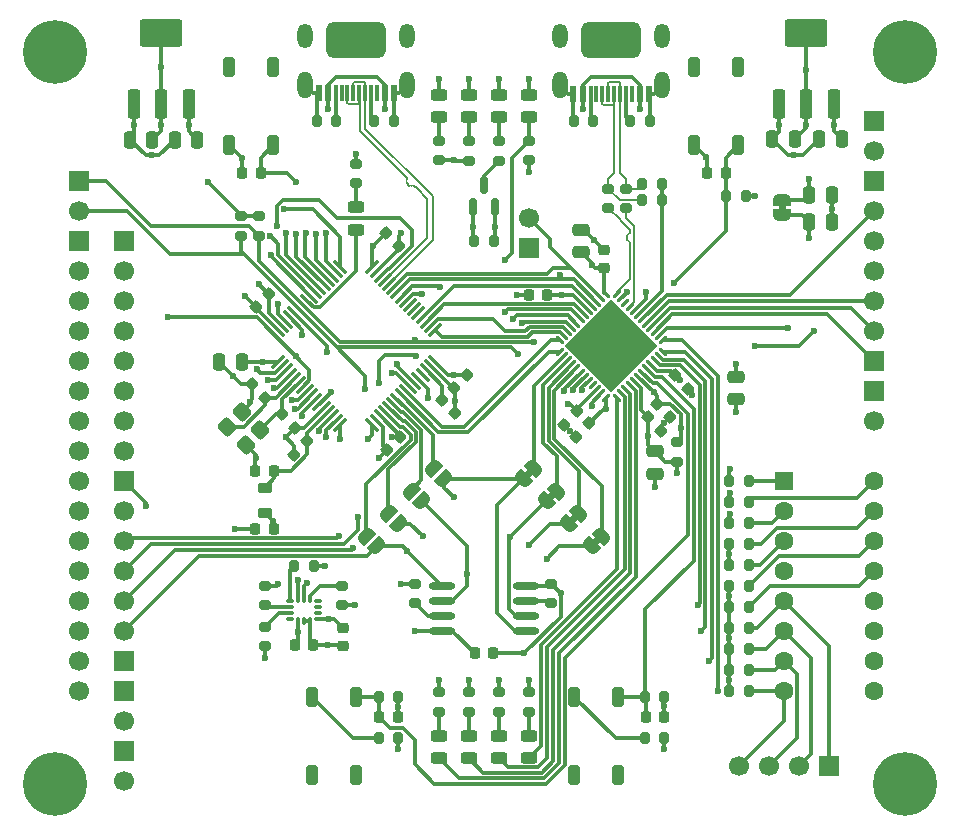
<source format=gbr>
%TF.GenerationSoftware,KiCad,Pcbnew,9.0.4*%
%TF.CreationDate,2025-12-11T19:01:58+01:00*%
%TF.ProjectId,iCEBrainstorm,69434542-7261-4696-9e73-746f726d2e6b,rev?*%
%TF.SameCoordinates,Original*%
%TF.FileFunction,Copper,L1,Top*%
%TF.FilePolarity,Positive*%
%FSLAX46Y46*%
G04 Gerber Fmt 4.6, Leading zero omitted, Abs format (unit mm)*
G04 Created by KiCad (PCBNEW 9.0.4) date 2025-12-11 19:01:58*
%MOMM*%
%LPD*%
G01*
G04 APERTURE LIST*
G04 Aperture macros list*
%AMRoundRect*
0 Rectangle with rounded corners*
0 $1 Rounding radius*
0 $2 $3 $4 $5 $6 $7 $8 $9 X,Y pos of 4 corners*
0 Add a 4 corners polygon primitive as box body*
4,1,4,$2,$3,$4,$5,$6,$7,$8,$9,$2,$3,0*
0 Add four circle primitives for the rounded corners*
1,1,$1+$1,$2,$3*
1,1,$1+$1,$4,$5*
1,1,$1+$1,$6,$7*
1,1,$1+$1,$8,$9*
0 Add four rect primitives between the rounded corners*
20,1,$1+$1,$2,$3,$4,$5,0*
20,1,$1+$1,$4,$5,$6,$7,0*
20,1,$1+$1,$6,$7,$8,$9,0*
20,1,$1+$1,$8,$9,$2,$3,0*%
%AMRotRect*
0 Rectangle, with rotation*
0 The origin of the aperture is its center*
0 $1 length*
0 $2 width*
0 $3 Rotation angle, in degrees counterclockwise*
0 Add horizontal line*
21,1,$1,$2,0,0,$3*%
%AMFreePoly0*
4,1,23,0.500000,-0.750000,0.000000,-0.750000,0.000000,-0.745722,-0.065263,-0.745722,-0.191342,-0.711940,-0.304381,-0.646677,-0.396677,-0.554381,-0.461940,-0.441342,-0.495722,-0.315263,-0.495722,-0.250000,-0.500000,-0.250000,-0.500000,0.250000,-0.495722,0.250000,-0.495722,0.315263,-0.461940,0.441342,-0.396677,0.554381,-0.304381,0.646677,-0.191342,0.711940,-0.065263,0.745722,0.000000,0.745722,
0.000000,0.750000,0.500000,0.750000,0.500000,-0.750000,0.500000,-0.750000,$1*%
%AMFreePoly1*
4,1,23,0.000000,0.745722,0.065263,0.745722,0.191342,0.711940,0.304381,0.646677,0.396677,0.554381,0.461940,0.441342,0.495722,0.315263,0.495722,0.250000,0.500000,0.250000,0.500000,-0.250000,0.495722,-0.250000,0.495722,-0.315263,0.461940,-0.441342,0.396677,-0.554381,0.304381,-0.646677,0.191342,-0.711940,0.065263,-0.745722,0.000000,-0.745722,0.000000,-0.750000,-0.500000,-0.750000,
-0.500000,0.750000,0.000000,0.750000,0.000000,0.745722,0.000000,0.745722,$1*%
G04 Aperture macros list end*
%TA.AperFunction,EtchedComponent*%
%ADD10C,0.000000*%
%TD*%
%TA.AperFunction,SMDPad,CuDef*%
%ADD11RoundRect,0.242500X0.457500X-0.242500X0.457500X0.242500X-0.457500X0.242500X-0.457500X-0.242500X0*%
%TD*%
%TA.AperFunction,SMDPad,CuDef*%
%ADD12RoundRect,0.250000X0.475000X-0.250000X0.475000X0.250000X-0.475000X0.250000X-0.475000X-0.250000X0*%
%TD*%
%TA.AperFunction,SMDPad,CuDef*%
%ADD13RoundRect,0.200000X0.200000X0.275000X-0.200000X0.275000X-0.200000X-0.275000X0.200000X-0.275000X0*%
%TD*%
%TA.AperFunction,SMDPad,CuDef*%
%ADD14RoundRect,0.200000X-0.200000X-0.275000X0.200000X-0.275000X0.200000X0.275000X-0.200000X0.275000X0*%
%TD*%
%TA.AperFunction,SMDPad,CuDef*%
%ADD15O,2.250000X0.630000*%
%TD*%
%TA.AperFunction,SMDPad,CuDef*%
%ADD16RoundRect,0.225000X0.225000X0.250000X-0.225000X0.250000X-0.225000X-0.250000X0.225000X-0.250000X0*%
%TD*%
%TA.AperFunction,SMDPad,CuDef*%
%ADD17RoundRect,0.250000X-0.300000X1.000000X-0.300000X-1.000000X0.300000X-1.000000X0.300000X1.000000X0*%
%TD*%
%TA.AperFunction,ComponentPad*%
%ADD18C,0.500000*%
%TD*%
%TA.AperFunction,SMDPad,CuDef*%
%ADD19RoundRect,0.250000X-1.550000X0.920000X-1.550000X-0.920000X1.550000X-0.920000X1.550000X0.920000X0*%
%TD*%
%TA.AperFunction,SMDPad,CuDef*%
%ADD20RoundRect,0.250000X-0.250000X-0.475000X0.250000X-0.475000X0.250000X0.475000X-0.250000X0.475000X0*%
%TD*%
%TA.AperFunction,ComponentPad*%
%ADD21C,5.400000*%
%TD*%
%TA.AperFunction,SMDPad,CuDef*%
%ADD22RoundRect,0.225000X-0.335876X-0.017678X-0.017678X-0.335876X0.335876X0.017678X0.017678X0.335876X0*%
%TD*%
%TA.AperFunction,SMDPad,CuDef*%
%ADD23RoundRect,0.242500X-0.457500X0.242500X-0.457500X-0.242500X0.457500X-0.242500X0.457500X0.242500X0*%
%TD*%
%TA.AperFunction,SMDPad,CuDef*%
%ADD24FreePoly0,270.000000*%
%TD*%
%TA.AperFunction,SMDPad,CuDef*%
%ADD25FreePoly1,270.000000*%
%TD*%
%TA.AperFunction,SMDPad,CuDef*%
%ADD26RoundRect,0.200000X0.275000X-0.200000X0.275000X0.200000X-0.275000X0.200000X-0.275000X-0.200000X0*%
%TD*%
%TA.AperFunction,SMDPad,CuDef*%
%ADD27RoundRect,0.225000X-0.017678X0.335876X-0.335876X0.017678X0.017678X-0.335876X0.335876X-0.017678X0*%
%TD*%
%TA.AperFunction,SMDPad,CuDef*%
%ADD28RoundRect,0.250000X-0.475000X0.250000X-0.475000X-0.250000X0.475000X-0.250000X0.475000X0.250000X0*%
%TD*%
%TA.AperFunction,ComponentPad*%
%ADD29R,1.700000X1.700000*%
%TD*%
%TA.AperFunction,ComponentPad*%
%ADD30C,1.700000*%
%TD*%
%TA.AperFunction,SMDPad,CuDef*%
%ADD31RoundRect,0.200000X-0.275000X0.200000X-0.275000X-0.200000X0.275000X-0.200000X0.275000X0.200000X0*%
%TD*%
%TA.AperFunction,SMDPad,CuDef*%
%ADD32RoundRect,0.225000X-0.225000X-0.250000X0.225000X-0.250000X0.225000X0.250000X-0.225000X0.250000X0*%
%TD*%
%TA.AperFunction,ComponentPad*%
%ADD33RoundRect,0.250000X-0.550000X-0.550000X0.550000X-0.550000X0.550000X0.550000X-0.550000X0.550000X0*%
%TD*%
%TA.AperFunction,ComponentPad*%
%ADD34C,1.600000*%
%TD*%
%TA.AperFunction,SMDPad,CuDef*%
%ADD35RoundRect,0.250000X0.250000X-0.600000X0.250000X0.600000X-0.250000X0.600000X-0.250000X-0.600000X0*%
%TD*%
%TA.AperFunction,SMDPad,CuDef*%
%ADD36RoundRect,0.225000X0.017678X-0.335876X0.335876X-0.017678X-0.017678X0.335876X-0.335876X0.017678X0*%
%TD*%
%TA.AperFunction,SMDPad,CuDef*%
%ADD37RoundRect,0.250000X-0.250000X0.600000X-0.250000X-0.600000X0.250000X-0.600000X0.250000X0.600000X0*%
%TD*%
%TA.AperFunction,SMDPad,CuDef*%
%ADD38RoundRect,0.062500X-0.309359X0.220971X0.220971X-0.309359X0.309359X-0.220971X-0.220971X0.309359X0*%
%TD*%
%TA.AperFunction,SMDPad,CuDef*%
%ADD39RoundRect,0.062500X-0.309359X-0.220971X-0.220971X-0.309359X0.309359X0.220971X0.220971X0.309359X0*%
%TD*%
%TA.AperFunction,HeatsinkPad*%
%ADD40RotRect,5.600000X5.600000X315.000000*%
%TD*%
%TA.AperFunction,SMDPad,CuDef*%
%ADD41RoundRect,0.250000X-0.565685X0.070711X0.070711X-0.565685X0.565685X-0.070711X-0.070711X0.565685X0*%
%TD*%
%TA.AperFunction,SMDPad,CuDef*%
%ADD42RoundRect,0.150000X0.150000X-0.590000X0.150000X0.590000X-0.150000X0.590000X-0.150000X-0.590000X0*%
%TD*%
%TA.AperFunction,SMDPad,CuDef*%
%ADD43R,0.300000X1.400000*%
%TD*%
%TA.AperFunction,SMDPad,CuDef*%
%ADD44R,0.500000X1.400000*%
%TD*%
%TA.AperFunction,ComponentPad*%
%ADD45O,1.300000X2.300000*%
%TD*%
%TA.AperFunction,ComponentPad*%
%ADD46O,1.300000X2.100000*%
%TD*%
%TA.AperFunction,SMDPad,CuDef*%
%ADD47RoundRect,0.500000X2.000000X1.000000X-2.000000X1.000000X-2.000000X-1.000000X2.000000X-1.000000X0*%
%TD*%
%TA.AperFunction,SMDPad,CuDef*%
%ADD48RoundRect,0.225000X-0.250000X0.225000X-0.250000X-0.225000X0.250000X-0.225000X0.250000X0.225000X0*%
%TD*%
%TA.AperFunction,SMDPad,CuDef*%
%ADD49FreePoly0,45.000000*%
%TD*%
%TA.AperFunction,SMDPad,CuDef*%
%ADD50FreePoly1,45.000000*%
%TD*%
%TA.AperFunction,SMDPad,CuDef*%
%ADD51FreePoly0,315.000000*%
%TD*%
%TA.AperFunction,SMDPad,CuDef*%
%ADD52FreePoly1,315.000000*%
%TD*%
%TA.AperFunction,SMDPad,CuDef*%
%ADD53RoundRect,0.225000X0.250000X-0.225000X0.250000X0.225000X-0.250000X0.225000X-0.250000X-0.225000X0*%
%TD*%
%TA.AperFunction,SMDPad,CuDef*%
%ADD54RoundRect,0.250000X0.250000X0.475000X-0.250000X0.475000X-0.250000X-0.475000X0.250000X-0.475000X0*%
%TD*%
%TA.AperFunction,SMDPad,CuDef*%
%ADD55RoundRect,0.075000X-0.441942X-0.548008X0.548008X0.441942X0.441942X0.548008X-0.548008X-0.441942X0*%
%TD*%
%TA.AperFunction,SMDPad,CuDef*%
%ADD56RoundRect,0.075000X0.441942X-0.548008X0.548008X-0.441942X-0.441942X0.548008X-0.548008X0.441942X0*%
%TD*%
%TA.AperFunction,SMDPad,CuDef*%
%ADD57RoundRect,0.225000X0.335876X0.017678X0.017678X0.335876X-0.335876X-0.017678X-0.017678X-0.335876X0*%
%TD*%
%TA.AperFunction,SMDPad,CuDef*%
%ADD58RoundRect,0.087500X-0.225000X-0.087500X0.225000X-0.087500X0.225000X0.087500X-0.225000X0.087500X0*%
%TD*%
%TA.AperFunction,SMDPad,CuDef*%
%ADD59RoundRect,0.087500X-0.087500X-0.225000X0.087500X-0.225000X0.087500X0.225000X-0.087500X0.225000X0*%
%TD*%
%TA.AperFunction,SMDPad,CuDef*%
%ADD60RoundRect,0.220000X-0.380000X0.220000X-0.380000X-0.220000X0.380000X-0.220000X0.380000X0.220000X0*%
%TD*%
%TA.AperFunction,ViaPad*%
%ADD61C,0.600000*%
%TD*%
%TA.AperFunction,Conductor*%
%ADD62C,0.300000*%
%TD*%
%TA.AperFunction,Conductor*%
%ADD63C,0.200000*%
%TD*%
G04 APERTURE END LIST*
D10*
%TA.AperFunction,EtchedComponent*%
%TO.C,JP1*%
G36*
X125878800Y-77399200D02*
G01*
X125278800Y-77399200D01*
X125278800Y-76899200D01*
X125878800Y-76899200D01*
X125878800Y-77399200D01*
G37*
%TD.AperFunction*%
%TA.AperFunction,EtchedComponent*%
%TO.C,JP6*%
G36*
X104528909Y-99730355D02*
G01*
X104175355Y-100083909D01*
X103751091Y-99659645D01*
X104104645Y-99306091D01*
X104528909Y-99730355D01*
G37*
%TD.AperFunction*%
%TA.AperFunction,EtchedComponent*%
%TO.C,JP9*%
G36*
X108338909Y-103540355D02*
G01*
X107985355Y-103893909D01*
X107561091Y-103469645D01*
X107914645Y-103116091D01*
X108338909Y-103540355D01*
G37*
%TD.AperFunction*%
%TA.AperFunction,EtchedComponent*%
%TO.C,JP7*%
G36*
X110243909Y-105445355D02*
G01*
X109890355Y-105798909D01*
X109466091Y-105374645D01*
X109819645Y-105021091D01*
X110243909Y-105445355D01*
G37*
%TD.AperFunction*%
%TA.AperFunction,EtchedComponent*%
%TO.C,JP8*%
G36*
X106433909Y-101635355D02*
G01*
X106080355Y-101988909D01*
X105656091Y-101564645D01*
X106009645Y-101211091D01*
X106433909Y-101635355D01*
G37*
%TD.AperFunction*%
%TD*%
D11*
%TO.P,D3,1*%
%TO.N,Net-(D3-Pad1)*%
X96520000Y-69520000D03*
%TO.P,D3,2*%
%TO.N,VBUS*%
X96520000Y-67640000D03*
%TD*%
D12*
%TO.P,C29,1*%
%TO.N,+3V3*%
X108585000Y-80960000D03*
%TO.P,C29,2*%
%TO.N,GND*%
X108585000Y-79060000D03*
%TD*%
D13*
%TO.P,R17,1*%
%TO.N,Net-(R17-Pad1)*%
X122740000Y-109220000D03*
%TO.P,R17,2*%
%TO.N,GND*%
X121100000Y-109220000D03*
%TD*%
D14*
%TO.P,R10,1*%
%TO.N,+3V3*%
X121100000Y-107442000D03*
%TO.P,R10,2*%
%TO.N,/FPGA_BOOT*%
X122740000Y-107442000D03*
%TD*%
D15*
%TO.P,U5,1,CS#*%
%TO.N,/FPGA_SPI_CS*%
X96800000Y-109215000D03*
%TO.P,U5,2,DO*%
%TO.N,/FPGA_SPI_SI*%
X96800000Y-110485000D03*
%TO.P,U5,3,IO2*%
%TO.N,Net-(U5-IO2)*%
X96800000Y-111765000D03*
%TO.P,U5,4,GND*%
%TO.N,GND*%
X96800000Y-113035000D03*
%TO.P,U5,5,DI*%
%TO.N,/FPGA_SPI_SO*%
X103860000Y-113035000D03*
%TO.P,U5,6,CLK*%
%TO.N,/FPGA_SPI_SCK*%
X103860000Y-111765000D03*
%TO.P,U5,7,IO3*%
%TO.N,Net-(U5-IO3)*%
X103860000Y-110485000D03*
%TO.P,U5,8,VCC*%
%TO.N,+3V3*%
X103860000Y-109215000D03*
%TD*%
D16*
%TO.P,C10,1*%
%TO.N,/NRST*%
X81425000Y-74295000D03*
%TO.P,C10,2*%
%TO.N,GND*%
X79865000Y-74295000D03*
%TD*%
D17*
%TO.P,U2,1,GND*%
%TO.N,GND*%
X125335000Y-68375000D03*
%TO.P,U2,2,VOUT*%
%TO.N,+1V2*%
X127635000Y-68375000D03*
%TO.P,U2,3,VIN*%
%TO.N,VBUS*%
X129935000Y-68375000D03*
D18*
%TO.P,U2,4,VOUT*%
%TO.N,+1V2*%
X128635000Y-62405000D03*
X127635000Y-62405000D03*
D19*
X127635000Y-62405000D03*
D18*
X126635000Y-62405000D03*
%TD*%
D20*
%TO.P,C4,1*%
%TO.N,GND*%
X124735000Y-71405000D03*
%TO.P,C4,2*%
%TO.N,+1V2*%
X126635000Y-71405000D03*
%TD*%
D21*
%TO.P,H2,1,1*%
%TO.N,unconnected-(H2-Pad1)*%
X136000000Y-64000000D03*
%TD*%
D13*
%TO.P,R8,1*%
%TO.N,/BOOT0*%
X122740000Y-100330000D03*
%TO.P,R8,2*%
%TO.N,GND*%
X121100000Y-100330000D03*
%TD*%
%TO.P,R21,1*%
%TO.N,+3V3*%
X122486000Y-76200000D03*
%TO.P,R21,2*%
%TO.N,/FPGA_NRST*%
X120846000Y-76200000D03*
%TD*%
D22*
%TO.P,C24,1*%
%TO.N,+3V3*%
X116542457Y-91396457D03*
%TO.P,C24,2*%
%TO.N,GND*%
X117645543Y-92499543D03*
%TD*%
D23*
%TO.P,D5,1*%
%TO.N,Net-(D5-Pad1)*%
X104140000Y-121920000D03*
%TO.P,D5,2*%
%TO.N,/OUT0*%
X104140000Y-123800000D03*
%TD*%
D24*
%TO.P,JP1,1,A*%
%TO.N,+3V3*%
X125578800Y-76499200D03*
D25*
%TO.P,JP1,2,B*%
%TO.N,+2V5*%
X125578800Y-77799200D03*
%TD*%
D26*
%TO.P,R23,1*%
%TO.N,Net-(D5-Pad1)*%
X104140000Y-119870000D03*
%TO.P,R23,2*%
%TO.N,GND*%
X104140000Y-118230000D03*
%TD*%
D16*
%TO.P,C27,1*%
%TO.N,+1V2*%
X105682000Y-84582000D03*
%TO.P,C27,2*%
%TO.N,GND*%
X104122000Y-84582000D03*
%TD*%
D13*
%TO.P,R30,1*%
%TO.N,+3V3*%
X93060000Y-122095000D03*
%TO.P,R30,2*%
%TO.N,Net-(S3-B)*%
X91420000Y-122095000D03*
%TD*%
D20*
%TO.P,C1,1*%
%TO.N,GND*%
X74185000Y-71425000D03*
%TO.P,C1,2*%
%TO.N,VBUS*%
X76085000Y-71425000D03*
%TD*%
D27*
%TO.P,C30,1*%
%TO.N,+3V3*%
X108247543Y-94444457D03*
%TO.P,C30,2*%
%TO.N,GND*%
X107144457Y-95547543D03*
%TD*%
D28*
%TO.P,C23,1*%
%TO.N,+3V3*%
X121666000Y-91506000D03*
%TO.P,C23,2*%
%TO.N,GND*%
X121666000Y-93406000D03*
%TD*%
D21*
%TO.P,H1,1,1*%
%TO.N,unconnected-(H1-Pad1)*%
X64000000Y-64000000D03*
%TD*%
D27*
%TO.P,C7,1*%
%TO.N,+2V5*%
X109263543Y-95460457D03*
%TO.P,C7,2*%
%TO.N,GND*%
X108160457Y-96563543D03*
%TD*%
D11*
%TO.P,D2,1*%
%TO.N,Net-(D2-Pad1)*%
X99060000Y-69520000D03*
%TO.P,D2,2*%
%TO.N,+3V3*%
X99060000Y-67640000D03*
%TD*%
D29*
%TO.P,J4,1,Pin_1*%
%TO.N,+3V3*%
X69850000Y-123190000D03*
D30*
%TO.P,J4,2,Pin_2*%
%TO.N,GND*%
X69850000Y-125730000D03*
%TD*%
D20*
%TO.P,C2,1*%
%TO.N,GND*%
X128735000Y-71405000D03*
%TO.P,C2,2*%
%TO.N,VBUS*%
X130635000Y-71405000D03*
%TD*%
D22*
%TO.P,C26,1*%
%TO.N,+1V2*%
X115018457Y-93809457D03*
%TO.P,C26,2*%
%TO.N,GND*%
X116121543Y-94912543D03*
%TD*%
D13*
%TO.P,R38,1*%
%TO.N,Net-(J16-CC2)*%
X109590000Y-69850000D03*
%TO.P,R38,2*%
%TO.N,GND*%
X107950000Y-69850000D03*
%TD*%
D29*
%TO.P,J10,1,Pin_1*%
%TO.N,/RGB0*%
X133350000Y-90170000D03*
D30*
%TO.P,J10,2,Pin_2*%
%TO.N,/RGB1*%
X133350000Y-87630000D03*
%TO.P,J10,3,Pin_3*%
%TO.N,/RGB2*%
X133350000Y-85090000D03*
%TD*%
D31*
%TO.P,R5,1*%
%TO.N,Net-(D2-Pad1)*%
X99060000Y-71570000D03*
%TO.P,R5,2*%
%TO.N,GND*%
X99060000Y-73210000D03*
%TD*%
D16*
%TO.P,C16,1*%
%TO.N,+3V3*%
X82550000Y-104394000D03*
%TO.P,C16,2*%
%TO.N,GND*%
X80990000Y-104394000D03*
%TD*%
D14*
%TO.P,R3,1*%
%TO.N,Net-(J1-CC1)*%
X91059000Y-69850000D03*
%TO.P,R3,2*%
%TO.N,GND*%
X92699000Y-69850000D03*
%TD*%
D32*
%TO.P,C32,1*%
%TO.N,/BTN1*%
X114025000Y-120345000D03*
%TO.P,C32,2*%
%TO.N,GND*%
X115585000Y-120345000D03*
%TD*%
D33*
%TO.P,SW1,1*%
%TO.N,/BOOT0*%
X125730000Y-100330000D03*
D34*
%TO.P,SW1,2*%
%TO.N,/BOOT1*%
X125730000Y-102870000D03*
%TO.P,SW1,3*%
%TO.N,/FPGA_BOOT*%
X125730000Y-105410000D03*
%TO.P,SW1,4*%
%TO.N,/FPGA_SPI_CS*%
X125730000Y-107950000D03*
%TO.P,SW1,5*%
%TO.N,/IN0*%
X125730000Y-110490000D03*
%TO.P,SW1,6*%
%TO.N,/FPGA_GLOBAL_0*%
X125730000Y-113030000D03*
%TO.P,SW1,7*%
%TO.N,/IN2*%
X125730000Y-115570000D03*
%TO.P,SW1,8*%
%TO.N,/FPGA_GLOBAL_1*%
X125730000Y-118110000D03*
%TO.P,SW1,9*%
%TO.N,+3V3*%
X133350000Y-118110000D03*
%TO.P,SW1,10*%
X133350000Y-115570000D03*
%TO.P,SW1,11*%
X133350000Y-113030000D03*
%TO.P,SW1,12*%
X133350000Y-110490000D03*
%TO.P,SW1,13*%
%TO.N,Net-(R18-Pad1)*%
X133350000Y-107950000D03*
%TO.P,SW1,14*%
%TO.N,Net-(R17-Pad1)*%
X133350000Y-105410000D03*
%TO.P,SW1,15*%
%TO.N,Net-(R16-Pad1)*%
X133350000Y-102870000D03*
%TO.P,SW1,16*%
%TO.N,Net-(R15-Pad1)*%
X133350000Y-100330000D03*
%TD*%
D31*
%TO.P,R6,1*%
%TO.N,Net-(D3-Pad1)*%
X96520000Y-71545000D03*
%TO.P,R6,2*%
%TO.N,GND*%
X96520000Y-73185000D03*
%TD*%
%TO.P,R41,1*%
%TO.N,Net-(U6-CS)*%
X88340000Y-109182000D03*
%TO.P,R41,2*%
%TO.N,GND*%
X88340000Y-110822000D03*
%TD*%
%TO.P,R28,1*%
%TO.N,+3V3*%
X94488000Y-109035000D03*
%TO.P,R28,2*%
%TO.N,Net-(U5-IO2)*%
X94488000Y-110675000D03*
%TD*%
D23*
%TO.P,D7,1*%
%TO.N,Net-(D7-Pad1)*%
X99060000Y-121920000D03*
%TO.P,D7,2*%
%TO.N,/OUT2*%
X99060000Y-123800000D03*
%TD*%
%TO.P,D4,1*%
%TO.N,GND*%
X104140000Y-67640000D03*
%TO.P,D4,2*%
%TO.N,Net-(U4B-CDONE)*%
X104140000Y-69520000D03*
%TD*%
D21*
%TO.P,H4,1,1*%
%TO.N,unconnected-(H4-Pad1)*%
X136000000Y-126000000D03*
%TD*%
D35*
%TO.P,S3,1,A*%
%TO.N,unconnected-(S3-A-Pad1)*%
X85780000Y-125220000D03*
%TO.P,S3,2,B*%
%TO.N,Net-(S3-B)*%
X85780000Y-118620000D03*
%TO.P,S3,3,C*%
%TO.N,unconnected-(S3-C-Pad3)*%
X89480000Y-125220000D03*
%TO.P,S3,4,D*%
%TO.N,/BTN0*%
X89480000Y-118620000D03*
%TD*%
D31*
%TO.P,R19,1*%
%TO.N,+3V3*%
X79756000Y-77920000D03*
%TO.P,R19,2*%
%TO.N,/I2C1_SDA*%
X79756000Y-79560000D03*
%TD*%
D16*
%TO.P,C31,1*%
%TO.N,+3V3*%
X101110000Y-114935000D03*
%TO.P,C31,2*%
%TO.N,GND*%
X99550000Y-114935000D03*
%TD*%
D36*
%TO.P,C12,1*%
%TO.N,+3V3*%
X81026000Y-85598000D03*
%TO.P,C12,2*%
%TO.N,GND*%
X82129086Y-84494914D03*
%TD*%
D17*
%TO.P,U1,1,GND*%
%TO.N,GND*%
X70725000Y-68375000D03*
%TO.P,U1,2,VOUT*%
%TO.N,+3V3*%
X73025000Y-68375000D03*
%TO.P,U1,3,VIN*%
%TO.N,VBUS*%
X75325000Y-68375000D03*
D18*
%TO.P,U1,4,VOUT*%
%TO.N,+3V3*%
X74025000Y-62405000D03*
X73025000Y-62405000D03*
D19*
X73025000Y-62405000D03*
D18*
X72025000Y-62405000D03*
%TD*%
D27*
%TO.P,C8,1*%
%TO.N,+3V3*%
X98893086Y-91352914D03*
%TO.P,C8,2*%
%TO.N,GND*%
X97790000Y-92456000D03*
%TD*%
D13*
%TO.P,R33,1*%
%TO.N,+3V3*%
X115625000Y-122095000D03*
%TO.P,R33,2*%
%TO.N,Net-(S4-B)*%
X113985000Y-122095000D03*
%TD*%
D37*
%TO.P,S1,1,A*%
%TO.N,unconnected-(S1-A-Pad1)*%
X82495000Y-65280000D03*
%TO.P,S1,2,B*%
%TO.N,/NRST*%
X82495000Y-71880000D03*
%TO.P,S1,3,C*%
%TO.N,unconnected-(S1-C-Pad3)*%
X78795000Y-65280000D03*
%TO.P,S1,4,D*%
%TO.N,GND*%
X78795000Y-71880000D03*
%TD*%
D29*
%TO.P,J7,1,Pin_1*%
%TO.N,/IN0*%
X129540000Y-124460000D03*
D30*
%TO.P,J7,2,Pin_2*%
%TO.N,/FPGA_GLOBAL_0*%
X127000000Y-124460000D03*
%TO.P,J7,3,Pin_3*%
%TO.N,/IN2*%
X124460000Y-124460000D03*
%TO.P,J7,4,Pin_4*%
%TO.N,/FPGA_GLOBAL_1*%
X121920000Y-124460000D03*
%TD*%
D16*
%TO.P,C18,1*%
%TO.N,+3.3VA*%
X82550000Y-99454000D03*
%TO.P,C18,2*%
%TO.N,GND*%
X80990000Y-99454000D03*
%TD*%
D26*
%TO.P,R22,1*%
%TO.N,+3V3*%
X104140000Y-73185000D03*
%TO.P,R22,2*%
%TO.N,Net-(U4B-CDONE)*%
X104140000Y-71545000D03*
%TD*%
%TO.P,R25,1*%
%TO.N,Net-(D7-Pad1)*%
X99060000Y-119870000D03*
%TO.P,R25,2*%
%TO.N,GND*%
X99060000Y-118230000D03*
%TD*%
D35*
%TO.P,S4,1,A*%
%TO.N,unconnected-(S4-A-Pad1)*%
X108005000Y-125220000D03*
%TO.P,S4,2,B*%
%TO.N,Net-(S4-B)*%
X108005000Y-118620000D03*
%TO.P,S4,3,C*%
%TO.N,unconnected-(S4-C-Pad3)*%
X111705000Y-125220000D03*
%TO.P,S4,4,D*%
%TO.N,/BTN1*%
X111705000Y-118620000D03*
%TD*%
D32*
%TO.P,C34,1*%
%TO.N,+3V3*%
X84310000Y-114252000D03*
%TO.P,C34,2*%
%TO.N,GND*%
X85870000Y-114252000D03*
%TD*%
D26*
%TO.P,R26,1*%
%TO.N,Net-(D8-Pad1)*%
X96520000Y-119870000D03*
%TO.P,R26,2*%
%TO.N,GND*%
X96520000Y-118230000D03*
%TD*%
D31*
%TO.P,R42,1*%
%TO.N,/FPGA_USB_D-*%
X112395000Y-75576000D03*
%TO.P,R42,2*%
%TO.N,/FUD-*%
X112395000Y-77216000D03*
%TD*%
D21*
%TO.P,H3,1,1*%
%TO.N,unconnected-(H3-Pad1)*%
X64000000Y-126000000D03*
%TD*%
D38*
%TO.P,U4,1,VCCIO_2*%
%TO.N,+3V3*%
X110638864Y-84524777D03*
%TO.P,U4,2,IOB_6a*%
%TO.N,/USART1_RX*%
X110285311Y-84878330D03*
%TO.P,U4,3,IOB_9b*%
%TO.N,/USART1_TX*%
X109931757Y-85231884D03*
%TO.P,U4,4,IOB_8a*%
%TO.N,/SPI2_MOSI*%
X109578204Y-85585437D03*
%TO.P,U4,5,VCC*%
%TO.N,+1V2*%
X109224651Y-85938990D03*
%TO.P,U4,6,IOB_13b*%
%TO.N,/SPI2_MISO*%
X108871097Y-86292544D03*
%TO.P,U4,7,CDONE*%
%TO.N,Net-(U4B-CDONE)*%
X108517544Y-86646097D03*
%TO.P,U4,8,~{CRESET}*%
%TO.N,/FPGA_NRST*%
X108163990Y-86999651D03*
%TO.P,U4,9,IOB_16a*%
%TO.N,/FPGA_BOOT*%
X107810437Y-87353204D03*
%TO.P,U4,10,IOB_18a*%
%TO.N,/SPI2_SCK*%
X107456884Y-87706757D03*
%TO.P,U4,11,IOB_20a*%
%TO.N,/SPI2_NSS*%
X107103330Y-88060311D03*
%TO.P,U4,12,IOB_22a*%
%TO.N,/FPGA_BUS0*%
X106749777Y-88413864D03*
D39*
%TO.P,U4,13,IOB_24a*%
%TO.N,/FPGA_BUS1*%
X106749777Y-89386136D03*
%TO.P,U4,14,IOB_32a_SPI_SO*%
%TO.N,Net-(JP6-B)*%
X107103330Y-89739689D03*
%TO.P,U4,15,IOB_34a_SPI_SCK*%
%TO.N,Net-(JP8-B)*%
X107456884Y-90093243D03*
%TO.P,U4,16,IOB_35b_SPI_SS*%
%TO.N,Net-(JP9-B)*%
X107810437Y-90446796D03*
%TO.P,U4,17,IOB_33b_SPI_SI*%
%TO.N,Net-(JP7-B)*%
X108163990Y-90800349D03*
%TO.P,U4,18,IOB_31b*%
%TO.N,/I2C1_SDA*%
X108517544Y-91153903D03*
%TO.P,U4,19,IOB_29b*%
%TO.N,/I2C1_SCL*%
X108871097Y-91507456D03*
%TO.P,U4,20,IOB_25b_G3*%
%TO.N,/FPGA_CLK*%
X109224651Y-91861010D03*
%TO.P,U4,21,IOB_23b*%
%TO.N,unconnected-(U4B-IOB_23b-Pad21)*%
X109578204Y-92214563D03*
%TO.P,U4,22,SPI_VCCIO1*%
%TO.N,+3V3*%
X109931757Y-92568116D03*
%TO.P,U4,23,IOT_37a*%
%TO.N,/FPGA_IO_3*%
X110285311Y-92921670D03*
%TO.P,U4,24,VPP_2V5*%
%TO.N,+2V5*%
X110638864Y-93275223D03*
D38*
%TO.P,U4,25,IOT_36b*%
%TO.N,/OUT0*%
X111611136Y-93275223D03*
%TO.P,U4,26,IOT_39a*%
%TO.N,/OUT1*%
X111964689Y-92921670D03*
%TO.P,U4,27,IOT_38b*%
%TO.N,/OUT2*%
X112318243Y-92568116D03*
%TO.P,U4,28,IOT_41a*%
%TO.N,/OUT3*%
X112671796Y-92214563D03*
%TO.P,U4,29,VCCPLL*%
%TO.N,/VCCPLL*%
X113025349Y-91861010D03*
%TO.P,U4,30,VCC*%
%TO.N,+1V2*%
X113378903Y-91507456D03*
%TO.P,U4,31,IOT_42b*%
%TO.N,/BTN0*%
X113732456Y-91153903D03*
%TO.P,U4,32,IOT_43a*%
%TO.N,/BTN1*%
X114086010Y-90800349D03*
%TO.P,U4,33,VCCIO_0*%
%TO.N,+3V3*%
X114439563Y-90446796D03*
%TO.P,U4,34,IOT_44b*%
%TO.N,/IN0*%
X114793116Y-90093243D03*
%TO.P,U4,35,IOT_46b_G0*%
%TO.N,/FPGA_GLOBAL_0*%
X115146670Y-89739689D03*
%TO.P,U4,36,IOT_48b*%
%TO.N,/IN2*%
X115500223Y-89386136D03*
D39*
%TO.P,U4,37,IOT_45a_G1*%
%TO.N,/FPGA_GLOBAL_1*%
X115500223Y-88413864D03*
%TO.P,U4,38,IOT_50b*%
%TO.N,/FPGA_IO_2*%
X115146670Y-88060311D03*
%TO.P,U4,39,RGB0*%
%TO.N,/RGB0*%
X114793116Y-87706757D03*
%TO.P,U4,40,RGB1*%
%TO.N,/RGB1*%
X114439563Y-87353204D03*
%TO.P,U4,41,RGB2*%
%TO.N,/RGB2*%
X114086010Y-86999651D03*
%TO.P,U4,42,IOT_51a*%
%TO.N,/FPGA_IO_1*%
X113732456Y-86646097D03*
%TO.P,U4,43,IOT_49a*%
%TO.N,/FUPP*%
X113378903Y-86292544D03*
%TO.P,U4,44,IOB_3b_G6*%
%TO.N,/FPGA_GLOBAL_6*%
X113025349Y-85938990D03*
%TO.P,U4,45,IOB_5b*%
%TO.N,/FUD-*%
X112671796Y-85585437D03*
%TO.P,U4,46,IOB_0a*%
%TO.N,unconnected-(U4C-IOB_0a-Pad46)*%
X112318243Y-85231884D03*
%TO.P,U4,47,IOB_2a*%
%TO.N,/FPGA_IO_0*%
X111964689Y-84878330D03*
%TO.P,U4,48,IOB_4a*%
%TO.N,/FUD+*%
X111611136Y-84524777D03*
D40*
%TO.P,U4,49,GND*%
%TO.N,GND*%
X111125000Y-88900000D03*
%TD*%
D41*
%TO.P,X1,1,OSC*%
%TO.N,/OSC_IN*%
X78609929Y-95729437D03*
%TO.P,X1,2,GND*%
%TO.N,GND*%
X80165563Y-97285071D03*
%TO.P,X1,3,OSC*%
%TO.N,/OSC_OUT*%
X81410071Y-96040563D03*
%TO.P,X1,4,GND*%
%TO.N,GND*%
X79854437Y-94484929D03*
%TD*%
D42*
%TO.P,Q1,1,G*%
%TO.N,+1V2*%
X99380000Y-77140000D03*
%TO.P,Q1,2,S*%
%TO.N,GND*%
X101280000Y-77140000D03*
%TO.P,Q1,3,D*%
%TO.N,Net-(Q1-D)*%
X100330000Y-75260000D03*
%TD*%
D20*
%TO.P,C5,1*%
%TO.N,+2V5*%
X127878800Y-78399200D03*
%TO.P,C5,2*%
%TO.N,GND*%
X129778800Y-78399200D03*
%TD*%
D43*
%TO.P,J16,A5,CC1*%
%TO.N,Net-(J16-CC1)*%
X112363000Y-67524000D03*
%TO.P,J16,A6,D+*%
%TO.N,/FPGA_USB_D+*%
X111363000Y-67524000D03*
%TO.P,J16,A7,D-*%
%TO.N,/FPGA_USB_D-*%
X110863000Y-67524000D03*
%TO.P,J16,A8,SBU1*%
%TO.N,unconnected-(J16-SBU1-PadA8)*%
X109863000Y-67524000D03*
D44*
%TO.P,J16,A9B4,VBUS*%
%TO.N,VBUS*%
X108713000Y-67524000D03*
%TO.P,J16,A12B1,GND*%
%TO.N,GND*%
X107913000Y-67524000D03*
D43*
%TO.P,J16,B5,CC2*%
%TO.N,Net-(J16-CC2)*%
X109363000Y-67524000D03*
%TO.P,J16,B6,D+*%
%TO.N,/FPGA_USB_D+*%
X110363000Y-67524000D03*
%TO.P,J16,B7,D-*%
%TO.N,/FPGA_USB_D-*%
X111863000Y-67524000D03*
%TO.P,J16,B8,SBU2*%
%TO.N,unconnected-(J16-SBU2-PadB8)*%
X112863000Y-67524000D03*
D44*
%TO.P,J16,B9A4,VBUS*%
%TO.N,VBUS*%
X113513000Y-67524000D03*
%TO.P,J16,B12A1,GND*%
%TO.N,GND*%
X114313000Y-67524000D03*
D45*
%TO.P,J16,S1,SHIELD*%
X115443000Y-66844000D03*
D46*
X115443000Y-62644000D03*
D18*
X113113000Y-64024000D03*
X113113000Y-62024000D03*
D47*
X111113000Y-63024000D03*
D18*
X109113000Y-64024000D03*
X109113000Y-62024000D03*
D45*
X106783000Y-66844000D03*
D46*
X106783000Y-62644000D03*
%TD*%
D14*
%TO.P,R14,1*%
%TO.N,GND*%
X121100000Y-118110000D03*
%TO.P,R14,2*%
%TO.N,/FPGA_GLOBAL_1*%
X122740000Y-118110000D03*
%TD*%
%TO.P,R9,1*%
%TO.N,GND*%
X121100000Y-103886000D03*
%TO.P,R9,2*%
%TO.N,/BOOT1*%
X122740000Y-103886000D03*
%TD*%
D29*
%TO.P,J2,1,Pin_1*%
%TO.N,/PA15*%
X66040000Y-80010000D03*
D30*
%TO.P,J2,2,Pin_2*%
%TO.N,/PC10*%
X66040000Y-82550000D03*
%TO.P,J2,3,Pin_3*%
%TO.N,/PC11*%
X66040000Y-85090000D03*
%TO.P,J2,4,Pin_4*%
%TO.N,/PC12*%
X66040000Y-87630000D03*
%TO.P,J2,5,Pin_5*%
%TO.N,/PD2*%
X66040000Y-90170000D03*
%TO.P,J2,6,Pin_6*%
%TO.N,/PB4*%
X66040000Y-92710000D03*
%TO.P,J2,7,Pin_7*%
%TO.N,/PB9*%
X66040000Y-95250000D03*
%TO.P,J2,8,Pin_8*%
%TO.N,/PC13*%
X66040000Y-97790000D03*
%TO.P,J2,9,Pin_9*%
%TO.N,/PC14*%
X66040000Y-100330000D03*
%TO.P,J2,10,Pin_10*%
%TO.N,/PC15*%
X66040000Y-102870000D03*
%TO.P,J2,11,Pin_11*%
%TO.N,/PC0*%
X66040000Y-105410000D03*
%TO.P,J2,12,Pin_12*%
%TO.N,/PC1*%
X66040000Y-107950000D03*
%TO.P,J2,13,Pin_13*%
%TO.N,/PC2*%
X66040000Y-110490000D03*
%TO.P,J2,14,Pin_14*%
%TO.N,/PC3*%
X66040000Y-113030000D03*
%TO.P,J2,15,Pin_15*%
%TO.N,/PA0*%
X66040000Y-115570000D03*
%TO.P,J2,16,Pin_16*%
%TO.N,/PA1*%
X66040000Y-118110000D03*
%TD*%
D26*
%TO.P,R27,1*%
%TO.N,Net-(D9-Pad1)*%
X89535000Y-75115000D03*
%TO.P,R27,2*%
%TO.N,GND*%
X89535000Y-73475000D03*
%TD*%
D20*
%TO.P,C3,1*%
%TO.N,GND*%
X70375000Y-71425000D03*
%TO.P,C3,2*%
%TO.N,+3V3*%
X72275000Y-71425000D03*
%TD*%
D48*
%TO.P,C33,1*%
%TO.N,+3V3*%
X88392000Y-112758000D03*
%TO.P,C33,2*%
%TO.N,GND*%
X88392000Y-114318000D03*
%TD*%
D13*
%TO.P,R16,1*%
%TO.N,Net-(R16-Pad1)*%
X122740000Y-105664000D03*
%TO.P,R16,2*%
%TO.N,+3V3*%
X121100000Y-105664000D03*
%TD*%
D23*
%TO.P,D8,1*%
%TO.N,Net-(D8-Pad1)*%
X96520000Y-121920000D03*
%TO.P,D8,2*%
%TO.N,/OUT3*%
X96520000Y-123800000D03*
%TD*%
D14*
%TO.P,R34,1*%
%TO.N,Net-(U6-SDO{slash}SA0)*%
X84270000Y-107502000D03*
%TO.P,R34,2*%
%TO.N,GND*%
X85910000Y-107502000D03*
%TD*%
D49*
%TO.P,JP6,1,A*%
%TO.N,/FPGA_SPI_SO*%
X103680381Y-100154619D03*
D50*
%TO.P,JP6,2,B*%
%TO.N,Net-(JP6-B)*%
X104599619Y-99235381D03*
%TD*%
D22*
%TO.P,C13,1*%
%TO.N,+3V3*%
X92031457Y-79331457D03*
%TO.P,C13,2*%
%TO.N,GND*%
X93134543Y-80434543D03*
%TD*%
D13*
%TO.P,R15,1*%
%TO.N,Net-(R15-Pad1)*%
X122740000Y-102108000D03*
%TO.P,R15,2*%
%TO.N,+3V3*%
X121100000Y-102108000D03*
%TD*%
D31*
%TO.P,R2,1*%
%TO.N,Net-(D1-Pad1)*%
X101600000Y-71570000D03*
%TO.P,R2,2*%
%TO.N,Net-(Q1-D)*%
X101600000Y-73210000D03*
%TD*%
D32*
%TO.P,C28,1*%
%TO.N,/BTN0*%
X91460000Y-120345000D03*
%TO.P,C28,2*%
%TO.N,GND*%
X93020000Y-120345000D03*
%TD*%
D27*
%TO.P,C19,1*%
%TO.N,+3.3VA*%
X85387543Y-96984457D03*
%TO.P,C19,2*%
%TO.N,GND*%
X84284457Y-98087543D03*
%TD*%
D11*
%TO.P,D1,1*%
%TO.N,Net-(D1-Pad1)*%
X101600000Y-69520000D03*
%TO.P,D1,2*%
%TO.N,VBUS*%
X101600000Y-67640000D03*
%TD*%
D23*
%TO.P,D6,1*%
%TO.N,Net-(D6-Pad1)*%
X101600000Y-121920000D03*
%TO.P,D6,2*%
%TO.N,/OUT1*%
X101600000Y-123800000D03*
%TD*%
D51*
%TO.P,JP3,1,A*%
%TO.N,/SPI1_SCK*%
X92250381Y-103045381D03*
D52*
%TO.P,JP3,2,B*%
%TO.N,/FPGA_SPI_SCK*%
X93169619Y-103964619D03*
%TD*%
D53*
%TO.P,C25,1*%
%TO.N,+3V3*%
X110490000Y-82314000D03*
%TO.P,C25,2*%
%TO.N,GND*%
X110490000Y-80754000D03*
%TD*%
D20*
%TO.P,C22,1*%
%TO.N,+3V3*%
X127878800Y-76149200D03*
%TO.P,C22,2*%
%TO.N,GND*%
X129778800Y-76149200D03*
%TD*%
D49*
%TO.P,JP9,1,A*%
%TO.N,/FPGA_SPI_CS*%
X107490381Y-103964619D03*
D50*
%TO.P,JP9,2,B*%
%TO.N,Net-(JP9-B)*%
X108409619Y-103045381D03*
%TD*%
D54*
%TO.P,C15,1*%
%TO.N,+3V3*%
X79817000Y-90297000D03*
%TO.P,C15,2*%
%TO.N,GND*%
X77917000Y-90297000D03*
%TD*%
D31*
%TO.P,R36,1*%
%TO.N,Net-(U6-SCX)*%
X81840000Y-112682000D03*
%TO.P,R36,2*%
%TO.N,GND*%
X81840000Y-114322000D03*
%TD*%
D13*
%TO.P,R18,1*%
%TO.N,Net-(R18-Pad1)*%
X122740000Y-110998000D03*
%TO.P,R18,2*%
%TO.N,GND*%
X121100000Y-110998000D03*
%TD*%
D55*
%TO.P,U3,1,VBAT*%
%TO.N,+3V3*%
X82870519Y-90261181D03*
%TO.P,U3,2,PC13*%
%TO.N,/PC13*%
X83224072Y-90614734D03*
%TO.P,U3,3,PC14*%
%TO.N,/PC14*%
X83577625Y-90968287D03*
%TO.P,U3,4,PC15*%
%TO.N,/PC15*%
X83931179Y-91321841D03*
%TO.P,U3,5,PH0*%
%TO.N,/OSC_IN*%
X84284732Y-91675394D03*
%TO.P,U3,6,PH1*%
%TO.N,/OSC_OUT*%
X84638286Y-92028948D03*
%TO.P,U3,7,NRST*%
%TO.N,/NRST*%
X84991839Y-92382501D03*
%TO.P,U3,8,PC0*%
%TO.N,/PC0*%
X85345392Y-92736054D03*
%TO.P,U3,9,PC1*%
%TO.N,/PC1*%
X85698946Y-93089608D03*
%TO.P,U3,10,PC2*%
%TO.N,/PC2*%
X86052499Y-93443161D03*
%TO.P,U3,11,PC3*%
%TO.N,/PC3*%
X86406052Y-93796714D03*
%TO.P,U3,12,VSSA*%
%TO.N,GND*%
X86759606Y-94150268D03*
%TO.P,U3,13,VDDA*%
%TO.N,+3.3VA*%
X87113159Y-94503821D03*
%TO.P,U3,14,PA0*%
%TO.N,/PA0*%
X87466713Y-94857375D03*
%TO.P,U3,15,PA1*%
%TO.N,/PA1*%
X87820266Y-95210928D03*
%TO.P,U3,16,PA2*%
%TO.N,/USART2_TX*%
X88173819Y-95564481D03*
D56*
%TO.P,U3,17,PA3*%
%TO.N,/USART2_RX*%
X90896181Y-95564481D03*
%TO.P,U3,18,VSS*%
%TO.N,GND*%
X91249734Y-95210928D03*
%TO.P,U3,19,VDD*%
%TO.N,+3V3*%
X91603287Y-94857375D03*
%TO.P,U3,20,PA4*%
%TO.N,Net-(JP2-A)*%
X91956841Y-94503821D03*
%TO.P,U3,21,PA5*%
%TO.N,/SPI1_SCK*%
X92310394Y-94150268D03*
%TO.P,U3,22,PA6*%
%TO.N,/SPI1_MISO*%
X92663948Y-93796714D03*
%TO.P,U3,23,PA7*%
%TO.N,/SPI1_MOSI*%
X93017501Y-93443161D03*
%TO.P,U3,24,PC4*%
%TO.N,/FPGA_BUS1*%
X93371054Y-93089608D03*
%TO.P,U3,25,PC5*%
%TO.N,/FPGA_BUS0*%
X93724608Y-92736054D03*
%TO.P,U3,26,PB0*%
%TO.N,/I2S5_CK*%
X94078161Y-92382501D03*
%TO.P,U3,27,PB1*%
%TO.N,/I2S5_WS*%
X94431714Y-92028948D03*
%TO.P,U3,28,PB2*%
%TO.N,/BOOT1*%
X94785268Y-91675394D03*
%TO.P,U3,29,PB10*%
%TO.N,unconnected-(U3-PB10-Pad29)*%
X95138821Y-91321841D03*
%TO.P,U3,30,VCAP_1*%
%TO.N,Net-(U3-VCAP_1)*%
X95492375Y-90968287D03*
%TO.P,U3,31,VSS*%
%TO.N,GND*%
X95845928Y-90614734D03*
%TO.P,U3,32,VDD*%
%TO.N,+3V3*%
X96199481Y-90261181D03*
D55*
%TO.P,U3,33,PB12*%
%TO.N,/SPI2_NSS*%
X96199481Y-87538819D03*
%TO.P,U3,34,PB13*%
%TO.N,/SPI2_SCK*%
X95845928Y-87185266D03*
%TO.P,U3,35,PB14*%
%TO.N,/SPI2_MISO*%
X95492375Y-86831713D03*
%TO.P,U3,36,PB15*%
%TO.N,/SPI2_MOSI*%
X95138821Y-86478159D03*
%TO.P,U3,37,PC6*%
%TO.N,unconnected-(U3-PC6-Pad37)*%
X94785268Y-86124606D03*
%TO.P,U3,38,PC7*%
%TO.N,unconnected-(U3-PC7-Pad38)*%
X94431714Y-85771052D03*
%TO.P,U3,39,PC8*%
%TO.N,unconnected-(U3-PC8-Pad39)*%
X94078161Y-85417499D03*
%TO.P,U3,40,PC9*%
%TO.N,/FPGA_CLK*%
X93724608Y-85063946D03*
%TO.P,U3,41,PA8*%
%TO.N,/FPGA_GLOBAL_6*%
X93371054Y-84710392D03*
%TO.P,U3,42,PA9*%
%TO.N,/USART1_TX*%
X93017501Y-84356839D03*
%TO.P,U3,43,PA10*%
%TO.N,/USART1_RX*%
X92663948Y-84003286D03*
%TO.P,U3,44,PA11*%
%TO.N,/USB_D-*%
X92310394Y-83649732D03*
%TO.P,U3,45,PA12*%
%TO.N,/USB_D+*%
X91956841Y-83296179D03*
%TO.P,U3,46,PA13*%
%TO.N,/SWDIO*%
X91603287Y-82942625D03*
%TO.P,U3,47,VSS*%
%TO.N,GND*%
X91249734Y-82589072D03*
%TO.P,U3,48,VDD*%
%TO.N,+3V3*%
X90896181Y-82235519D03*
D56*
%TO.P,U3,49,PA14*%
%TO.N,/SWCLK*%
X88173819Y-82235519D03*
%TO.P,U3,50,PA15*%
%TO.N,/PA15*%
X87820266Y-82589072D03*
%TO.P,U3,51,PC10*%
%TO.N,/PC10*%
X87466713Y-82942625D03*
%TO.P,U3,52,PC11*%
%TO.N,/PC11*%
X87113159Y-83296179D03*
%TO.P,U3,53,PC12*%
%TO.N,/PC12*%
X86759606Y-83649732D03*
%TO.P,U3,54,PD2*%
%TO.N,/PD2*%
X86406052Y-84003286D03*
%TO.P,U3,55,PB3*%
%TO.N,/SWO*%
X86052499Y-84356839D03*
%TO.P,U3,56,PB4*%
%TO.N,/PB4*%
X85698946Y-84710392D03*
%TO.P,U3,57,PB5*%
%TO.N,/OUT_STM*%
X85345392Y-85063946D03*
%TO.P,U3,58,PB6*%
%TO.N,/I2C1_SCL*%
X84991839Y-85417499D03*
%TO.P,U3,59,PB7*%
%TO.N,/I2C1_SDA*%
X84638286Y-85771052D03*
%TO.P,U3,60,BOOT0*%
%TO.N,/BOOT0*%
X84284732Y-86124606D03*
%TO.P,U3,61,PB8*%
%TO.N,/I2S5_SD*%
X83931179Y-86478159D03*
%TO.P,U3,62,PB9*%
%TO.N,/PB9*%
X83577625Y-86831713D03*
%TO.P,U3,63,VSS*%
%TO.N,GND*%
X83224072Y-87185266D03*
%TO.P,U3,64,VDD*%
%TO.N,+3V3*%
X82870519Y-87538819D03*
%TD*%
D49*
%TO.P,JP7,1,A*%
%TO.N,/FPGA_SPI_SI*%
X109395381Y-105869619D03*
D50*
%TO.P,JP7,2,B*%
%TO.N,Net-(JP7-B)*%
X110314619Y-104950381D03*
%TD*%
D29*
%TO.P,J15,1,Pin_1*%
%TO.N,+3V3*%
X69850000Y-115570000D03*
D30*
%TO.P,J15,2,Pin_2*%
%TO.N,/FPGA_SPI_CS*%
X69850000Y-113030000D03*
%TO.P,J15,3,Pin_3*%
%TO.N,/FPGA_SPI_SI*%
X69850000Y-110490000D03*
%TO.P,J15,4,Pin_4*%
%TO.N,/FPGA_SPI_SO*%
X69850000Y-107950000D03*
%TO.P,J15,5,Pin_5*%
%TO.N,/FPGA_SPI_SCK*%
X69850000Y-105410000D03*
%TO.P,J15,6,Pin_6*%
%TO.N,GND*%
X69850000Y-102870000D03*
%TD*%
D14*
%TO.P,R12,1*%
%TO.N,GND*%
X121100000Y-114554000D03*
%TO.P,R12,2*%
%TO.N,/FPGA_GLOBAL_0*%
X122740000Y-114554000D03*
%TD*%
D28*
%TO.P,C9,1*%
%TO.N,/VCCPLL*%
X114808000Y-97830600D03*
%TO.P,C9,2*%
%TO.N,GND*%
X114808000Y-99730600D03*
%TD*%
D57*
%TO.P,C14,1*%
%TO.N,GND*%
X97877086Y-94575086D03*
%TO.P,C14,2*%
%TO.N,Net-(U3-VCAP_1)*%
X96774000Y-93472000D03*
%TD*%
D14*
%TO.P,R1,1*%
%TO.N,+1V2*%
X99510000Y-80010000D03*
%TO.P,R1,2*%
%TO.N,GND*%
X101150000Y-80010000D03*
%TD*%
D29*
%TO.P,J13,1,Pin_1*%
%TO.N,/USART2_TX*%
X69850000Y-118110000D03*
D30*
%TO.P,J13,2,Pin_2*%
%TO.N,/USART2_RX*%
X69850000Y-120650000D03*
%TD*%
D14*
%TO.P,R11,1*%
%TO.N,GND*%
X121100000Y-112776000D03*
%TO.P,R11,2*%
%TO.N,/IN0*%
X122740000Y-112776000D03*
%TD*%
D23*
%TO.P,D9,1*%
%TO.N,Net-(D9-Pad1)*%
X89535000Y-77165000D03*
%TO.P,D9,2*%
%TO.N,/OUT_STM*%
X89535000Y-79045000D03*
%TD*%
D29*
%TO.P,J12,1,Pin_1*%
%TO.N,/I2C1_SCL*%
X66040000Y-74930000D03*
D30*
%TO.P,J12,2,Pin_2*%
%TO.N,/I2C1_SDA*%
X66040000Y-77470000D03*
%TD*%
D43*
%TO.P,J1,A5,CC1*%
%TO.N,Net-(J1-CC1)*%
X90785000Y-67500000D03*
%TO.P,J1,A6,D+*%
%TO.N,/USB_D+*%
X89785000Y-67500000D03*
%TO.P,J1,A7,D-*%
%TO.N,/USB_D-*%
X89285000Y-67500000D03*
%TO.P,J1,A8,SBU1*%
%TO.N,unconnected-(J1-SBU1-PadA8)*%
X88285000Y-67500000D03*
D44*
%TO.P,J1,A9B4,VBUS*%
%TO.N,VBUS*%
X87135000Y-67500000D03*
%TO.P,J1,A12B1,GND*%
%TO.N,GND*%
X86335000Y-67500000D03*
D43*
%TO.P,J1,B5,CC2*%
%TO.N,Net-(J1-CC2)*%
X87785000Y-67500000D03*
%TO.P,J1,B6,D+*%
%TO.N,/USB_D+*%
X88785000Y-67500000D03*
%TO.P,J1,B7,D-*%
%TO.N,/USB_D-*%
X90285000Y-67500000D03*
%TO.P,J1,B8,SBU2*%
%TO.N,unconnected-(J1-SBU2-PadB8)*%
X91285000Y-67500000D03*
D44*
%TO.P,J1,B9A4,VBUS*%
%TO.N,VBUS*%
X91935000Y-67500000D03*
%TO.P,J1,B12A1,GND*%
%TO.N,GND*%
X92735000Y-67500000D03*
D45*
%TO.P,J1,S1,SHIELD*%
X93865000Y-66820000D03*
D46*
X93865000Y-62620000D03*
D18*
X91535000Y-64000000D03*
X91535000Y-62000000D03*
D47*
X89535000Y-63000000D03*
D18*
X87535000Y-64000000D03*
X87535000Y-62000000D03*
D45*
X85205000Y-66820000D03*
D46*
X85205000Y-62620000D03*
%TD*%
D29*
%TO.P,J5,1,Pin_1*%
%TO.N,+3V3*%
X133350000Y-69850000D03*
D30*
%TO.P,J5,2,Pin_2*%
%TO.N,GND*%
X133350000Y-72390000D03*
%TD*%
D29*
%TO.P,J9,1,Pin_1*%
%TO.N,/I2S5_CK*%
X69850000Y-100330000D03*
D30*
%TO.P,J9,2,Pin_2*%
%TO.N,/I2S5_WS*%
X69850000Y-97790000D03*
%TO.P,J9,3,Pin_3*%
%TO.N,/I2S5_SD*%
X69850000Y-95250000D03*
%TD*%
D37*
%TO.P,S2,1,A*%
%TO.N,unconnected-(S2-A-Pad1)*%
X121865000Y-65280000D03*
%TO.P,S2,2,B*%
%TO.N,/FPGA_NRST*%
X121865000Y-71880000D03*
%TO.P,S2,3,C*%
%TO.N,unconnected-(S2-C-Pad3)*%
X118165000Y-65280000D03*
%TO.P,S2,4,D*%
%TO.N,GND*%
X118165000Y-71880000D03*
%TD*%
D26*
%TO.P,R7,1*%
%TO.N,/VCCPLL*%
X116713000Y-98686200D03*
%TO.P,R7,2*%
%TO.N,+1V2*%
X116713000Y-97046200D03*
%TD*%
D31*
%TO.P,R31,1*%
%TO.N,+3V3*%
X106045000Y-109035000D03*
%TO.P,R31,2*%
%TO.N,Net-(U5-IO3)*%
X106045000Y-110675000D03*
%TD*%
%TO.P,R20,1*%
%TO.N,+3V3*%
X81280000Y-77920000D03*
%TO.P,R20,2*%
%TO.N,/I2C1_SCL*%
X81280000Y-79560000D03*
%TD*%
%TO.P,R43,1*%
%TO.N,/FPGA_USB_D+*%
X110871000Y-75576000D03*
%TO.P,R43,2*%
%TO.N,/FUD+*%
X110871000Y-77216000D03*
%TD*%
D13*
%TO.P,R29,1*%
%TO.N,GND*%
X93060000Y-118595000D03*
%TO.P,R29,2*%
%TO.N,/BTN0*%
X91420000Y-118595000D03*
%TD*%
D58*
%TO.P,U6,1,SDO/SA0*%
%TO.N,Net-(U6-SDO{slash}SA0)*%
X83927500Y-110502000D03*
%TO.P,U6,2,SDX*%
%TO.N,Net-(U6-SDX)*%
X83927500Y-111002000D03*
%TO.P,U6,3,SCX*%
%TO.N,Net-(U6-SCX)*%
X83927500Y-111502000D03*
%TO.P,U6,4,INT1*%
%TO.N,unconnected-(U6-INT1-Pad4)*%
X83927500Y-112002000D03*
D59*
%TO.P,U6,5,VDDIO*%
%TO.N,+3V3*%
X84590000Y-112164500D03*
%TO.P,U6,6,GND*%
%TO.N,GND*%
X85090000Y-112164500D03*
%TO.P,U6,7,GND*%
X85590000Y-112164500D03*
D58*
%TO.P,U6,8,VDD*%
%TO.N,+3V3*%
X86252500Y-112002000D03*
%TO.P,U6,9,INT2*%
%TO.N,unconnected-(U6-INT2-Pad9)*%
X86252500Y-111502000D03*
%TO.P,U6,10,NC*%
%TO.N,unconnected-(U6-NC-Pad10)*%
X86252500Y-111002000D03*
%TO.P,U6,11,NC*%
%TO.N,unconnected-(U6-NC-Pad11)*%
X86252500Y-110502000D03*
D59*
%TO.P,U6,12,CS*%
%TO.N,Net-(U6-CS)*%
X85590000Y-110339500D03*
%TO.P,U6,13,SCL*%
%TO.N,/I2C1_SCL*%
X85090000Y-110339500D03*
%TO.P,U6,14,SDA*%
%TO.N,/I2C1_SDA*%
X84590000Y-110339500D03*
%TD*%
D29*
%TO.P,J14,1,Pin_1*%
%TO.N,/USART1_TX*%
X104140000Y-80645000D03*
D30*
%TO.P,J14,2,Pin_2*%
%TO.N,/USART1_RX*%
X104140000Y-78105000D03*
%TD*%
D22*
%TO.P,C20,1*%
%TO.N,/OSC_OUT*%
X83268457Y-94698457D03*
%TO.P,C20,2*%
%TO.N,GND*%
X84371543Y-95801543D03*
%TD*%
D51*
%TO.P,JP5,1,A*%
%TO.N,/SPI1_MOSI*%
X96060381Y-99235381D03*
D52*
%TO.P,JP5,2,B*%
%TO.N,/FPGA_SPI_SO*%
X96979619Y-100154619D03*
%TD*%
D29*
%TO.P,J11,1,Pin_1*%
%TO.N,/FPGA_IO_0*%
X133350000Y-74930000D03*
D30*
%TO.P,J11,2,Pin_2*%
%TO.N,/FPGA_IO_1*%
X133350000Y-77470000D03*
%TO.P,J11,3,Pin_3*%
%TO.N,/FPGA_IO_2*%
X133350000Y-80010000D03*
%TO.P,J11,4,Pin_4*%
%TO.N,/FPGA_IO_3*%
X133350000Y-82550000D03*
%TD*%
D51*
%TO.P,JP4,1,A*%
%TO.N,/SPI1_MISO*%
X94155381Y-101140381D03*
D52*
%TO.P,JP4,2,B*%
%TO.N,/FPGA_SPI_SI*%
X95074619Y-102059619D03*
%TD*%
D13*
%TO.P,R40,1*%
%TO.N,/FUPP*%
X115374000Y-76581000D03*
%TO.P,R40,2*%
%TO.N,/FPGA_USB_D+*%
X113734000Y-76581000D03*
%TD*%
D22*
%TO.P,C6,1*%
%TO.N,/VCCPLL*%
X114256457Y-94952457D03*
%TO.P,C6,2*%
%TO.N,GND*%
X115359543Y-96055543D03*
%TD*%
D29*
%TO.P,J3,1,Pin_1*%
%TO.N,+3V3*%
X69850000Y-80010000D03*
D30*
%TO.P,J3,2,Pin_2*%
%TO.N,/SWCLK*%
X69850000Y-82550000D03*
%TO.P,J3,3,Pin_3*%
%TO.N,/SWDIO*%
X69850000Y-85090000D03*
%TO.P,J3,4,Pin_4*%
%TO.N,/SWO*%
X69850000Y-87630000D03*
%TO.P,J3,5,Pin_5*%
%TO.N,/NRST*%
X69850000Y-90170000D03*
%TO.P,J3,6,Pin_6*%
%TO.N,GND*%
X69850000Y-92710000D03*
%TD*%
D13*
%TO.P,R39,1*%
%TO.N,/FUPP*%
X115374000Y-75184000D03*
%TO.P,R39,2*%
%TO.N,/FPGA_USB_D-*%
X113734000Y-75184000D03*
%TD*%
D16*
%TO.P,C21,1*%
%TO.N,/FPGA_NRST*%
X120795000Y-74280000D03*
%TO.P,C21,2*%
%TO.N,GND*%
X119235000Y-74280000D03*
%TD*%
D22*
%TO.P,C17,1*%
%TO.N,GND*%
X80728457Y-92158457D03*
%TO.P,C17,2*%
%TO.N,/OSC_IN*%
X81831543Y-93261543D03*
%TD*%
D51*
%TO.P,JP2,1,A*%
%TO.N,Net-(JP2-A)*%
X90345381Y-104950381D03*
D52*
%TO.P,JP2,2,B*%
%TO.N,/FPGA_SPI_CS*%
X91264619Y-105869619D03*
%TD*%
D14*
%TO.P,R13,1*%
%TO.N,GND*%
X121100000Y-116332000D03*
%TO.P,R13,2*%
%TO.N,/IN2*%
X122740000Y-116332000D03*
%TD*%
D13*
%TO.P,R32,1*%
%TO.N,GND*%
X115625000Y-118595000D03*
%TO.P,R32,2*%
%TO.N,/BTN1*%
X113985000Y-118595000D03*
%TD*%
D49*
%TO.P,JP8,1,A*%
%TO.N,/FPGA_SPI_SCK*%
X105585381Y-102059619D03*
D50*
%TO.P,JP8,2,B*%
%TO.N,Net-(JP8-B)*%
X106504619Y-101140381D03*
%TD*%
D27*
%TO.P,C11,1*%
%TO.N,+3V3*%
X93261543Y-96603457D03*
%TO.P,C11,2*%
%TO.N,GND*%
X92158457Y-97706543D03*
%TD*%
D14*
%TO.P,R37,1*%
%TO.N,Net-(J16-CC1)*%
X112718000Y-69850000D03*
%TO.P,R37,2*%
%TO.N,GND*%
X114358000Y-69850000D03*
%TD*%
D29*
%TO.P,J6,1,Pin_1*%
%TO.N,+3V3*%
X133350000Y-92710000D03*
D30*
%TO.P,J6,2,Pin_2*%
%TO.N,GND*%
X133350000Y-95250000D03*
%TD*%
D26*
%TO.P,R24,1*%
%TO.N,Net-(D6-Pad1)*%
X101600000Y-119870000D03*
%TO.P,R24,2*%
%TO.N,GND*%
X101600000Y-118230000D03*
%TD*%
D60*
%TO.P,FB1,1*%
%TO.N,+3.3VA*%
X81770000Y-100894000D03*
%TO.P,FB1,2*%
%TO.N,+3V3*%
X81770000Y-103014000D03*
%TD*%
D13*
%TO.P,R4,1*%
%TO.N,Net-(J1-CC2)*%
X87815000Y-69850000D03*
%TO.P,R4,2*%
%TO.N,GND*%
X86175000Y-69850000D03*
%TD*%
D26*
%TO.P,R35,1*%
%TO.N,Net-(U6-SDX)*%
X81840000Y-110822000D03*
%TO.P,R35,2*%
%TO.N,GND*%
X81840000Y-109182000D03*
%TD*%
D61*
%TO.N,/NRST*%
X84455000Y-75057000D03*
X84455000Y-89789000D03*
X73555714Y-86464285D03*
%TO.N,GND*%
X111125000Y-88138000D03*
X111125000Y-89662000D03*
X126619000Y-72771000D03*
X79865000Y-73025000D03*
X107652457Y-96055543D03*
X121100000Y-110109000D03*
X79248000Y-104394000D03*
X81280000Y-83693000D03*
X97790000Y-73152000D03*
X115613543Y-95420543D03*
X121666000Y-94488000D03*
X89535000Y-72644000D03*
X104140000Y-66294000D03*
X89408000Y-110871000D03*
X121100000Y-113665000D03*
X83566000Y-96647000D03*
X114782600Y-100838000D03*
X111887000Y-88900000D03*
X99060000Y-117221000D03*
X101600000Y-117221000D03*
X103124000Y-84582000D03*
X94488000Y-113030000D03*
X119154500Y-72869500D03*
X81788000Y-115316000D03*
X109673500Y-79937500D03*
X87122000Y-114252000D03*
X91440000Y-98425000D03*
X72263000Y-72771000D03*
X121158000Y-103124000D03*
X115585000Y-119380000D03*
X104140000Y-117221000D03*
X129778800Y-77292200D03*
X79052400Y-91432400D03*
X117976000Y-93091000D03*
X121100000Y-117221000D03*
X93060000Y-119507000D03*
X70725000Y-70231000D03*
X81026000Y-98425000D03*
X82931000Y-109093000D03*
X121158000Y-99314000D03*
X96520000Y-117221000D03*
X80538386Y-93619386D03*
X86868000Y-107569000D03*
X93345000Y-79375000D03*
X111125000Y-88900000D03*
X125335000Y-70231000D03*
X110363000Y-88900000D03*
X97877086Y-93599000D03*
X101280000Y-78867000D03*
%TO.N,+3V3*%
X90951957Y-80410957D03*
X87249000Y-112002000D03*
X76962000Y-75057000D03*
X121666000Y-90424000D03*
X106821000Y-109855000D03*
X121100000Y-106553000D03*
X84590000Y-113157000D03*
X93345000Y-109093000D03*
X107442000Y-93853000D03*
X121158000Y-101346000D03*
X103759000Y-114935000D03*
X80137000Y-84709000D03*
X93091000Y-123063000D03*
X81661000Y-90261181D03*
X99060000Y-66294000D03*
X116542457Y-91396457D03*
X92583000Y-96647000D03*
X115570000Y-123063000D03*
X104140000Y-74168000D03*
X82469000Y-103713000D03*
X73025000Y-70231000D03*
X123317000Y-76200000D03*
X127889000Y-74803000D03*
X109474000Y-82042000D03*
X116967000Y-91821000D03*
X97790000Y-91352914D03*
X73025000Y-65278000D03*
%TO.N,/BOOT0*%
X87065990Y-89374741D03*
%TO.N,/BOOT1*%
X95631000Y-93345000D03*
%TO.N,+1V2*%
X127635000Y-70231000D03*
X106934000Y-84582000D03*
X114694724Y-92823276D03*
X99380000Y-78867000D03*
X127635000Y-65528000D03*
X116987827Y-95885000D03*
%TO.N,/VCCPLL*%
X116713000Y-99695000D03*
X114256457Y-96520000D03*
%TO.N,/SWCLK*%
X83439000Y-77343000D03*
%TO.N,/SWDIO*%
X82804000Y-78740000D03*
%TO.N,Net-(U4B-CDONE)*%
X102123883Y-86058000D03*
X102108000Y-81661000D03*
%TO.N,/SWO*%
X82205000Y-79629000D03*
%TO.N,/USART2_TX*%
X88138000Y-96774000D03*
%TO.N,/USART2_RX*%
X90551000Y-96774000D03*
%TO.N,+2V5*%
X127889000Y-79756000D03*
X110638864Y-94234000D03*
%TO.N,VBUS*%
X129935000Y-70231000D03*
X113538000Y-68834000D03*
X101600000Y-66294000D03*
X87122000Y-68834000D03*
X91948000Y-68834000D03*
X108712000Y-68834000D03*
X75325000Y-70231000D03*
X96520000Y-66294000D03*
%TO.N,/FPGA_NRST*%
X102787199Y-86589522D03*
X116459000Y-83566000D03*
%TO.N,/PC2*%
X84963000Y-94869000D03*
%TO.N,/PC14*%
X82042000Y-91821000D03*
%TO.N,/PC12*%
X84396052Y-79382638D03*
%TO.N,/I2S5_WS*%
X92964000Y-90424000D03*
%TO.N,/USART1_TX*%
X106807000Y-82931000D03*
%TO.N,/PC15*%
X82550000Y-92456000D03*
%TO.N,/I2S5_SD*%
X84963000Y-88011000D03*
%TO.N,/FPGA_SPI_SCK*%
X88074500Y-104965500D03*
X95153135Y-104998865D03*
X102552500Y-105092500D03*
%TO.N,/PC1*%
X84328000Y-94234000D03*
%TO.N,/PC0*%
X84074000Y-93472000D03*
%TO.N,/FPGA_SPI_CS*%
X104140000Y-105791000D03*
X93805000Y-106220000D03*
%TO.N,/I2S5_CK*%
X71755000Y-102489000D03*
X92583000Y-91186000D03*
%TO.N,/FPGA_BOOT*%
X103557564Y-86948747D03*
%TO.N,/PC13*%
X81102525Y-90881525D03*
%TO.N,/PC11*%
X85245977Y-79371188D03*
%TO.N,/PC3*%
X87376000Y-92837000D03*
%TO.N,/PC10*%
X86095952Y-79377952D03*
%TO.N,/FPGA_CLK*%
X95059500Y-84518500D03*
X108675395Y-92595195D03*
%TO.N,/FPGA_SPI_SI*%
X105664000Y-106934000D03*
X89281000Y-106045000D03*
X98882525Y-108204000D03*
%TO.N,/FPGA_SPI_SO*%
X97790000Y-101727000D03*
X89662000Y-103378000D03*
%TO.N,/FPGA_GLOBAL_1*%
X120142000Y-118110000D03*
%TO.N,/FPGA_GLOBAL_6*%
X96647000Y-83947000D03*
X114046000Y-84328000D03*
%TO.N,/IN0*%
X118429000Y-110871000D03*
%TO.N,/IN2*%
X119380000Y-115570000D03*
%TO.N,/I2C1_SDA*%
X90297000Y-92583000D03*
X103251000Y-89611200D03*
X84582000Y-108712000D03*
X107111800Y-92735400D03*
%TO.N,/I2C1_SCL*%
X104546400Y-88569800D03*
X94615000Y-89789000D03*
X91440000Y-92075000D03*
X85344000Y-108966000D03*
X94488000Y-88392000D03*
X107886500Y-92646500D03*
%TO.N,/PA15*%
X86945930Y-79371536D03*
%TO.N,/PA0*%
X86360000Y-96139000D03*
%TO.N,/PB4*%
X82296000Y-81218000D03*
%TO.N,/PA1*%
X86995000Y-96647000D03*
%TO.N,/PB9*%
X82931000Y-85344000D03*
%TO.N,/PD2*%
X83546700Y-79349379D03*
%TO.N,/FPGA_GLOBAL_0*%
X118745000Y-113030000D03*
%TO.N,/FPGA_IO_2*%
X126111000Y-87376000D03*
%TO.N,/FPGA_IO_3*%
X123317000Y-88900000D03*
X128270000Y-87630000D03*
X109474000Y-93980000D03*
%TO.N,/FPGA_IO_0*%
X112433288Y-84332761D03*
%TD*%
D62*
%TO.N,/NRST*%
X85563763Y-91810577D02*
X85563763Y-90897763D01*
X85563763Y-90897763D02*
X81130284Y-86464284D01*
X84991839Y-92382501D02*
X85563763Y-91810577D01*
X81130284Y-86464284D02*
X73555716Y-86464284D01*
X81425000Y-74295000D02*
X81425000Y-72950000D01*
X81425000Y-74295000D02*
X83693000Y-74295000D01*
X81425000Y-72950000D02*
X82495000Y-71880000D01*
X83693000Y-74295000D02*
X84455000Y-75057000D01*
%TO.N,GND*%
X92158457Y-97706543D02*
X91440000Y-98425000D01*
X85108331Y-95801543D02*
X86759606Y-94150268D01*
X97757000Y-73185000D02*
X97790000Y-73152000D01*
X114358000Y-67569000D02*
X114313000Y-67524000D01*
X85910000Y-107502000D02*
X86801000Y-107502000D01*
X126101000Y-72771000D02*
X126619000Y-72771000D01*
X87122000Y-114252000D02*
X88326000Y-114252000D01*
X104122000Y-84582000D02*
X103124000Y-84582000D01*
X93060000Y-119507000D02*
X93060000Y-120305000D01*
X91822581Y-97370667D02*
X91822581Y-95783775D01*
X99060000Y-118230000D02*
X99060000Y-117221000D01*
X121100000Y-113665000D02*
X121100000Y-110109000D01*
X101280000Y-77140000D02*
X101280000Y-78740000D01*
X125335000Y-68375000D02*
X125335000Y-70231000D01*
X99060000Y-73210000D02*
X97848000Y-73210000D01*
X115613543Y-95420543D02*
X116121543Y-94912543D01*
X88326000Y-114252000D02*
X88392000Y-114318000D01*
X81026000Y-98145508D02*
X81026000Y-98425000D01*
X82081914Y-84494914D02*
X81280000Y-83693000D01*
X101600000Y-117221000D02*
X101600000Y-118230000D01*
X92699000Y-67536000D02*
X92735000Y-67500000D01*
X80990000Y-104394000D02*
X79248000Y-104394000D01*
X101280000Y-78740000D02*
X101280000Y-79880000D01*
X92158457Y-97706543D02*
X91822581Y-97370667D01*
X79778457Y-92158457D02*
X79052400Y-91432400D01*
X80165563Y-97285071D02*
X81026000Y-98145508D01*
X91822581Y-95783775D02*
X91249734Y-95210928D01*
X121100000Y-103886000D02*
X121100000Y-103182000D01*
X85885000Y-67500000D02*
X85205000Y-66820000D01*
X114808000Y-99730600D02*
X114808000Y-100812600D01*
X80990000Y-99454000D02*
X80990000Y-98461000D01*
X74185000Y-71425000D02*
X72839000Y-72771000D01*
X85090000Y-112164500D02*
X85590000Y-112164500D01*
X101280000Y-79880000D02*
X101150000Y-80010000D01*
X115359543Y-95674543D02*
X115613543Y-95420543D01*
X97650000Y-113035000D02*
X99550000Y-114935000D01*
X89359000Y-110822000D02*
X89408000Y-110871000D01*
X126619000Y-72771000D02*
X127369000Y-72771000D01*
X93134543Y-79585457D02*
X93345000Y-79375000D01*
X93185000Y-67500000D02*
X93865000Y-66820000D01*
X121100000Y-110109000D02*
X121100000Y-109220000D01*
X96800000Y-113035000D02*
X97650000Y-113035000D01*
X79052400Y-91432400D02*
X77917000Y-90297000D01*
X127369000Y-72771000D02*
X128735000Y-71405000D01*
X121100000Y-103182000D02*
X121158000Y-103124000D01*
X70725000Y-71075000D02*
X70375000Y-71425000D01*
X121100000Y-99372000D02*
X121158000Y-99314000D01*
X80990000Y-98461000D02*
X81026000Y-98425000D01*
X115585000Y-120345000D02*
X115585000Y-119380000D01*
X97687194Y-92456000D02*
X95845928Y-90614734D01*
X89535000Y-73475000D02*
X89535000Y-72644000D01*
X114358000Y-69850000D02*
X114358000Y-68707000D01*
X86335000Y-67500000D02*
X85885000Y-67500000D01*
X79865000Y-74295000D02*
X79865000Y-73025000D01*
X114808000Y-100812600D02*
X114782600Y-100838000D01*
X108585000Y-79060000D02*
X108796000Y-79060000D01*
X108796000Y-79060000D02*
X109673500Y-79937500D01*
X97877086Y-94575086D02*
X97877086Y-93599000D01*
X117645543Y-92499543D02*
X117976000Y-92830000D01*
X107913000Y-67524000D02*
X107913000Y-68834000D01*
X84371543Y-95841457D02*
X83566000Y-96647000D01*
X121100000Y-117221000D02*
X121100000Y-113665000D01*
X114358000Y-68707000D02*
X114358000Y-67569000D01*
X93134543Y-80434543D02*
X93134543Y-79585457D01*
X107913000Y-68834000D02*
X107913000Y-69813000D01*
X117976000Y-92830000D02*
X117976000Y-93091000D01*
X72263000Y-72771000D02*
X71721000Y-72771000D01*
X81840000Y-114322000D02*
X81840000Y-115264000D01*
X93060000Y-120305000D02*
X93020000Y-120345000D01*
X119154500Y-72869500D02*
X118165000Y-71880000D01*
X70725000Y-70231000D02*
X70725000Y-71075000D01*
X119235000Y-72950000D02*
X119154500Y-72869500D01*
X82129086Y-84494914D02*
X82129086Y-86090280D01*
X94493000Y-113035000D02*
X94488000Y-113030000D01*
X121100000Y-100330000D02*
X121100000Y-99372000D01*
X80538386Y-93800980D02*
X80538386Y-93619386D01*
X125335000Y-70231000D02*
X125335000Y-70805000D01*
X115585000Y-118635000D02*
X115625000Y-118595000D01*
X104140000Y-117221000D02*
X104140000Y-118230000D01*
X80728457Y-92158457D02*
X80728457Y-93429314D01*
X82129086Y-86090280D02*
X83224072Y-87185266D01*
X79865000Y-73025000D02*
X79865000Y-72950000D01*
X109673500Y-79937500D02*
X110490000Y-80754000D01*
X70725000Y-68375000D02*
X70725000Y-70231000D01*
X85870000Y-114252000D02*
X87122000Y-114252000D01*
X115585000Y-119380000D02*
X115585000Y-118635000D01*
X92735000Y-67500000D02*
X93185000Y-67500000D01*
X92699000Y-69850000D02*
X92699000Y-67536000D01*
X93134543Y-80704263D02*
X93134543Y-80434543D01*
X129778800Y-77292200D02*
X129778800Y-76149200D01*
X97877086Y-93599000D02*
X97877086Y-92543086D01*
X84371543Y-95801543D02*
X85108331Y-95801543D01*
X96520000Y-117221000D02*
X96520000Y-118230000D01*
X114763000Y-67524000D02*
X115443000Y-66844000D01*
X86175000Y-67660000D02*
X86335000Y-67500000D01*
X81840000Y-109182000D02*
X82842000Y-109182000D01*
X79865000Y-72950000D02*
X78795000Y-71880000D01*
X84284457Y-98087543D02*
X84284457Y-97365457D01*
X86175000Y-69850000D02*
X86175000Y-67660000D01*
X107144457Y-95547543D02*
X107652457Y-96055543D01*
X85590000Y-113972000D02*
X85590000Y-112164500D01*
X79854437Y-94484929D02*
X80538386Y-93800980D01*
X97790000Y-92456000D02*
X97687194Y-92456000D01*
X119235000Y-74280000D02*
X119235000Y-72950000D01*
X84371543Y-95801543D02*
X84371543Y-95841457D01*
X124735000Y-71405000D02*
X126101000Y-72771000D01*
X85870000Y-114252000D02*
X85590000Y-113972000D01*
X125335000Y-70805000D02*
X124735000Y-71405000D01*
X114313000Y-67524000D02*
X114763000Y-67524000D01*
X82842000Y-109182000D02*
X82931000Y-109093000D01*
X82129086Y-84494914D02*
X82081914Y-84494914D01*
X71721000Y-72771000D02*
X70375000Y-71425000D01*
X121666000Y-93406000D02*
X121666000Y-94488000D01*
X91249734Y-82589072D02*
X93134543Y-80704263D01*
X84284457Y-97365457D02*
X83566000Y-96647000D01*
X81840000Y-115264000D02*
X81788000Y-115316000D01*
X97877086Y-92543086D02*
X97790000Y-92456000D01*
X121100000Y-118110000D02*
X121100000Y-117221000D01*
X107652457Y-96055543D02*
X108160457Y-96563543D01*
X107463000Y-67524000D02*
X106783000Y-66844000D01*
X88340000Y-110822000D02*
X89359000Y-110822000D01*
X107913000Y-67524000D02*
X107463000Y-67524000D01*
X93060000Y-118595000D02*
X93060000Y-119507000D01*
X129778800Y-78399200D02*
X129778800Y-77292200D01*
X96800000Y-113035000D02*
X94493000Y-113035000D01*
X80728457Y-93429314D02*
X80538386Y-93619386D01*
X86801000Y-107502000D02*
X86868000Y-107569000D01*
X115359543Y-96055543D02*
X115359543Y-95674543D01*
X97848000Y-73210000D02*
X97790000Y-73152000D01*
X104140000Y-67640000D02*
X104140000Y-66294000D01*
X72839000Y-72771000D02*
X72263000Y-72771000D01*
X96520000Y-73185000D02*
X97757000Y-73185000D01*
X107913000Y-69813000D02*
X107950000Y-69850000D01*
X80728457Y-92158457D02*
X79778457Y-92158457D01*
%TO.N,+3V3*%
X87636000Y-112002000D02*
X88392000Y-112758000D01*
X73025000Y-65278000D02*
X73025000Y-62405000D01*
X81026000Y-85598000D02*
X81026000Y-85694300D01*
X79852819Y-90261181D02*
X79817000Y-90297000D01*
X84590000Y-112164500D02*
X84590000Y-113157000D01*
X108585000Y-80960000D02*
X109474000Y-81849000D01*
X79756000Y-77851000D02*
X76962000Y-75057000D01*
X116542457Y-91396457D02*
X116147000Y-91001000D01*
X106821000Y-109811000D02*
X106045000Y-109035000D01*
X108247543Y-94252330D02*
X108247543Y-94444457D01*
X108247543Y-94444457D02*
X107656086Y-93853000D01*
X97790000Y-91352914D02*
X97291214Y-91352914D01*
X82550000Y-104394000D02*
X82550000Y-103794000D01*
X109746000Y-82314000D02*
X109474000Y-82042000D01*
X73025000Y-70675000D02*
X72275000Y-71425000D01*
X81026000Y-85694300D02*
X82870519Y-87538819D01*
X93060000Y-122095000D02*
X93060000Y-123032000D01*
X115625000Y-122881000D02*
X115570000Y-122936000D01*
X73025000Y-68375000D02*
X73025000Y-65278000D01*
X82550000Y-103794000D02*
X82469000Y-103713000D01*
X107656086Y-93853000D02*
X107442000Y-93853000D01*
X109931757Y-92568116D02*
X108247543Y-94252330D01*
X109474000Y-81849000D02*
X109474000Y-82042000D01*
X116147000Y-91001000D02*
X114993767Y-91001000D01*
X122486000Y-76200000D02*
X123317000Y-76200000D01*
X87249000Y-112002000D02*
X87636000Y-112002000D01*
X127878800Y-76149200D02*
X127878800Y-74813200D01*
X103759000Y-114935000D02*
X106821000Y-111873000D01*
X110490000Y-84375913D02*
X110638864Y-84524777D01*
X110490000Y-82314000D02*
X110490000Y-84375913D01*
X79756000Y-77920000D02*
X79756000Y-77851000D01*
X105865000Y-109215000D02*
X106045000Y-109035000D01*
X90896181Y-82235519D02*
X90896181Y-80466733D01*
X97291214Y-91352914D02*
X96199481Y-90261181D01*
X115625000Y-122095000D02*
X115625000Y-122881000D01*
X121100000Y-101404000D02*
X121158000Y-101346000D01*
X110490000Y-82314000D02*
X109746000Y-82314000D01*
X86252500Y-112002000D02*
X87249000Y-112002000D01*
X99060000Y-67640000D02*
X99060000Y-66294000D01*
X127878800Y-74813200D02*
X127889000Y-74803000D01*
X114993767Y-91001000D02*
X114439563Y-90446796D01*
X81661000Y-90261181D02*
X79852819Y-90261181D01*
X93261543Y-96515631D02*
X91603287Y-94857375D01*
X121100000Y-106553000D02*
X121100000Y-105664000D01*
X73025000Y-70231000D02*
X73025000Y-70675000D01*
X73025000Y-68375000D02*
X73025000Y-70231000D01*
X98893086Y-91352914D02*
X97790000Y-91352914D01*
X103860000Y-109215000D02*
X105865000Y-109215000D01*
X93060000Y-123032000D02*
X93091000Y-123063000D01*
X94488000Y-109035000D02*
X93403000Y-109035000D01*
X81026000Y-85598000D02*
X80137000Y-84709000D01*
X116542457Y-91396457D02*
X116967000Y-91821000D01*
X79756000Y-77920000D02*
X81280000Y-77920000D01*
X104140000Y-73185000D02*
X104140000Y-74168000D01*
X101110000Y-114935000D02*
X103759000Y-114935000D01*
X82870519Y-90261181D02*
X81661000Y-90261181D01*
X121100000Y-102108000D02*
X121100000Y-101404000D01*
X82469000Y-103713000D02*
X81770000Y-103014000D01*
X92626543Y-96603457D02*
X92583000Y-96647000D01*
X121100000Y-107442000D02*
X121100000Y-106553000D01*
X125578800Y-76499200D02*
X127528800Y-76499200D01*
X121666000Y-91506000D02*
X121666000Y-90424000D01*
X127528800Y-76499200D02*
X127878800Y-76149200D01*
X84590000Y-113972000D02*
X84310000Y-114252000D01*
X90896181Y-80466733D02*
X90951957Y-80410957D01*
X90951957Y-80410957D02*
X92031457Y-79331457D01*
X93403000Y-109035000D02*
X93345000Y-109093000D01*
X93261543Y-96603457D02*
X92626543Y-96603457D01*
X106821000Y-109855000D02*
X106821000Y-109811000D01*
X93261543Y-96603457D02*
X93261543Y-96515631D01*
X106821000Y-111873000D02*
X106821000Y-109855000D01*
X84590000Y-113157000D02*
X84590000Y-113972000D01*
%TO.N,+3.3VA*%
X84015430Y-99454000D02*
X85387543Y-98081887D01*
X85387543Y-98081887D02*
X85387543Y-96984457D01*
X81770000Y-100894000D02*
X82550000Y-100114000D01*
X85387543Y-96229437D02*
X87113159Y-94503821D01*
X82550000Y-99454000D02*
X84015430Y-99454000D01*
X85387543Y-96984457D02*
X85387543Y-96229437D01*
X82550000Y-100114000D02*
X82550000Y-99454000D01*
%TO.N,/BOOT0*%
X122740000Y-100330000D02*
X123952000Y-100330000D01*
X87065990Y-88905864D02*
X84284732Y-86124606D01*
X87065990Y-89374741D02*
X87065990Y-88905864D01*
X123952000Y-100330000D02*
X125730000Y-100330000D01*
%TO.N,/OSC_IN*%
X82698583Y-93261543D02*
X81831543Y-93261543D01*
X84284732Y-91675394D02*
X82698583Y-93261543D01*
X81831543Y-93261543D02*
X81831543Y-93923453D01*
X81831543Y-93923453D02*
X80025559Y-95729437D01*
X80025559Y-95729437D02*
X78609929Y-95729437D01*
%TO.N,/BOOT1*%
X124714000Y-103886000D02*
X125730000Y-102870000D01*
X95631000Y-93345000D02*
X95631000Y-92521126D01*
X122740000Y-103886000D02*
X124714000Y-103886000D01*
X95631000Y-92521126D02*
X94785268Y-91675394D01*
%TO.N,+1V2*%
X127635000Y-68375000D02*
X127635000Y-65528000D01*
X115018457Y-93809457D02*
X115018457Y-93147010D01*
X127635000Y-65528000D02*
X127635000Y-62405000D01*
X99380000Y-78867000D02*
X99380000Y-79880000D01*
X99380000Y-77140000D02*
X99380000Y-78867000D01*
X116840000Y-97046200D02*
X116987827Y-96898373D01*
X115018457Y-93147010D02*
X114694724Y-92823276D01*
X116078000Y-93809457D02*
X115018457Y-93809457D01*
X127635000Y-68375000D02*
X127635000Y-70231000D01*
X127635000Y-70231000D02*
X127635000Y-70405000D01*
X107867661Y-84582000D02*
X109224651Y-85938990D01*
X116115887Y-93809457D02*
X116078000Y-93809457D01*
X106934000Y-84582000D02*
X107867661Y-84582000D01*
X116987827Y-94681397D02*
X116115887Y-93809457D01*
X127635000Y-70405000D02*
X126635000Y-71405000D01*
X114694724Y-92823276D02*
X113378903Y-91507456D01*
X116987827Y-96898373D02*
X116987827Y-95885000D01*
X105682000Y-84582000D02*
X106934000Y-84582000D01*
X116987827Y-95885000D02*
X116987827Y-94681397D01*
X99380000Y-79880000D02*
X99510000Y-80010000D01*
%TO.N,/VCCPLL*%
X116713000Y-98686200D02*
X116713000Y-99695000D01*
X113640220Y-94336220D02*
X114256457Y-94952457D01*
X114256457Y-97279057D02*
X114256457Y-96520000D01*
X115663600Y-98686200D02*
X114808000Y-97830600D01*
X113025349Y-91861010D02*
X113640220Y-92475881D01*
X114808000Y-97830600D02*
X114256457Y-97279057D01*
X113640220Y-92475881D02*
X113640220Y-94336220D01*
X114256457Y-96520000D02*
X114256457Y-94952457D01*
X116713000Y-98686200D02*
X115663600Y-98686200D01*
%TO.N,/OSC_OUT*%
X84638286Y-92028948D02*
X83268457Y-93398777D01*
X83268457Y-94698457D02*
X82752177Y-94698457D01*
X83268457Y-93398777D02*
X83268457Y-94698457D01*
X82752177Y-94698457D02*
X81410071Y-96040563D01*
%TO.N,/SWCLK*%
X88173819Y-79664819D02*
X85852000Y-77343000D01*
X88173819Y-82235519D02*
X88173819Y-79664819D01*
X85852000Y-77343000D02*
X83439000Y-77343000D01*
%TO.N,/SWDIO*%
X86360000Y-76581000D02*
X87884000Y-78105000D01*
X83312000Y-76581000D02*
X86360000Y-76581000D01*
X94234000Y-80397162D02*
X92260460Y-82370702D01*
X92260460Y-82370702D02*
X92175210Y-82370702D01*
X92175210Y-82370702D02*
X91603287Y-82942625D01*
X82804000Y-77089000D02*
X83312000Y-76581000D01*
X82804000Y-78740000D02*
X82804000Y-77089000D01*
X93218000Y-78105000D02*
X94234000Y-79121000D01*
X94234000Y-79121000D02*
X94234000Y-80397162D01*
X87884000Y-78105000D02*
X93218000Y-78105000D01*
%TO.N,Net-(U3-VCAP_1)*%
X96774000Y-93472000D02*
X96774000Y-92249912D01*
X96774000Y-92249912D02*
X95492375Y-90968287D01*
%TO.N,/OUT_STM*%
X85917315Y-85635869D02*
X85345392Y-85063946D01*
X89535000Y-79045000D02*
X89535000Y-82550000D01*
X89535000Y-82550000D02*
X86449131Y-85635869D01*
X86449131Y-85635869D02*
X85917315Y-85635869D01*
%TO.N,Net-(D5-Pad1)*%
X104140000Y-119870000D02*
X104140000Y-121920000D01*
%TO.N,Net-(U4B-CDONE)*%
X102373883Y-85808000D02*
X102123883Y-86058000D01*
X104140000Y-69520000D02*
X104140000Y-71545000D01*
X102743000Y-81026000D02*
X102108000Y-81661000D01*
X107679447Y-85808000D02*
X102373883Y-85808000D01*
X108517544Y-86646097D02*
X107679447Y-85808000D01*
X104140000Y-71545000D02*
X102743000Y-72942000D01*
X102743000Y-72942000D02*
X102743000Y-81026000D01*
%TO.N,Net-(D9-Pad1)*%
X89535000Y-77165000D02*
X89535000Y-75115000D01*
%TO.N,/SWO*%
X82931000Y-81235340D02*
X86052499Y-84356839D01*
X82205000Y-79629000D02*
X82296000Y-79629000D01*
X82931000Y-80264000D02*
X82931000Y-81235340D01*
X82296000Y-79629000D02*
X82931000Y-80264000D01*
%TO.N,Net-(J16-CC1)*%
X112718000Y-69850000D02*
X112363000Y-69495000D01*
X112363000Y-69495000D02*
X112363000Y-67524000D01*
%TO.N,Net-(Q1-D)*%
X100330000Y-74480000D02*
X101600000Y-73210000D01*
X100330000Y-75260000D02*
X100330000Y-74480000D01*
%TO.N,Net-(JP2-A)*%
X90345381Y-104950381D02*
X90345381Y-100617049D01*
X94127827Y-96407665D02*
X93457335Y-95737173D01*
X94127827Y-96834603D02*
X94127827Y-96407665D01*
X93190193Y-95737173D02*
X91956841Y-94503821D01*
X90345381Y-100617049D02*
X94127827Y-96834603D01*
X93457335Y-95737173D02*
X93190193Y-95737173D01*
%TO.N,/BTN1*%
X114025000Y-118635000D02*
X113985000Y-118595000D01*
X114025000Y-120345000D02*
X114025000Y-118635000D01*
X115443000Y-91567000D02*
X114852661Y-91567000D01*
X114852661Y-91567000D02*
X114086010Y-90800349D01*
X113985000Y-118595000D02*
X113985000Y-111187396D01*
X118110000Y-107062396D02*
X118110000Y-94234000D01*
X113985000Y-111187396D02*
X118110000Y-107062396D01*
X111705000Y-118620000D02*
X113960000Y-118620000D01*
X118110000Y-94234000D02*
X115443000Y-91567000D01*
X113960000Y-118620000D02*
X113985000Y-118595000D01*
%TO.N,/BTN0*%
X115993827Y-93048173D02*
X117616000Y-94670345D01*
X114681000Y-92075000D02*
X115020654Y-92075000D01*
X117602000Y-94656346D02*
X115993827Y-93048173D01*
X94488000Y-124333000D02*
X96139000Y-125984000D01*
X91395000Y-118620000D02*
X91420000Y-118595000D01*
X105604840Y-125984000D02*
X107204000Y-124384840D01*
X89480000Y-118620000D02*
X91395000Y-118620000D01*
X107204000Y-115300000D02*
X117602000Y-104902000D01*
X117602000Y-104902000D02*
X117602000Y-94656346D01*
X91460000Y-120345000D02*
X91460000Y-118635000D01*
X113759903Y-91153903D02*
X114681000Y-92075000D01*
X94488000Y-122301000D02*
X94488000Y-124333000D01*
X107204000Y-124384840D02*
X107204000Y-115300000D01*
X91460000Y-120345000D02*
X92400000Y-121285000D01*
X96139000Y-125984000D02*
X105604840Y-125984000D01*
X91460000Y-118635000D02*
X91420000Y-118595000D01*
X93472000Y-121285000D02*
X94488000Y-122301000D01*
X113732456Y-91153903D02*
X113759903Y-91153903D01*
X115020654Y-92075000D02*
X115993827Y-93048173D01*
X92400000Y-121285000D02*
X93472000Y-121285000D01*
%TO.N,Net-(JP8-B)*%
X107456884Y-90093243D02*
X105378173Y-92171954D01*
X106504619Y-98252411D02*
X106504619Y-101140381D01*
X105378173Y-92171954D02*
X105378173Y-97125965D01*
X105378173Y-97125965D02*
X106504619Y-98252411D01*
%TO.N,/USART2_TX*%
X88138000Y-95600300D02*
X88173819Y-95564481D01*
X88138000Y-96774000D02*
X88138000Y-95600300D01*
%TO.N,/USART2_RX*%
X90896181Y-95564481D02*
X90896181Y-96428819D01*
X90896181Y-96428819D02*
X90551000Y-96774000D01*
%TO.N,/SPI1_SCK*%
X93447299Y-95287173D02*
X92310394Y-94150268D01*
X94577827Y-97020999D02*
X94577827Y-96221269D01*
X94577827Y-96221269D02*
X93643731Y-95287173D01*
X93643731Y-95287173D02*
X93447299Y-95287173D01*
X92250381Y-103045381D02*
X92250381Y-99348445D01*
X92250381Y-99348445D02*
X94577827Y-97020999D01*
%TO.N,/SPI1_MISO*%
X93332319Y-94465085D02*
X92663948Y-93796714D01*
X95027827Y-96034873D02*
X93458039Y-94465085D01*
X94155381Y-101140381D02*
X95027827Y-100267935D01*
X95027827Y-100267935D02*
X95027827Y-96034873D01*
X93458039Y-94465085D02*
X93332319Y-94465085D01*
%TO.N,/SPI1_MOSI*%
X93072511Y-93443161D02*
X96060381Y-96431031D01*
X96060381Y-96431031D02*
X96060381Y-99235381D01*
X93017501Y-93443161D02*
X93072511Y-93443161D01*
D63*
%TO.N,/FUD+*%
X112717512Y-79062512D02*
X112717512Y-79296517D01*
X112444662Y-79569367D02*
X112444662Y-79896517D01*
X112717512Y-82115308D02*
X112717512Y-83241625D01*
X112717512Y-80169367D02*
X112717512Y-80496517D01*
X112717512Y-80496517D02*
X112717512Y-82115308D01*
X111907188Y-78252188D02*
X111973140Y-78318140D01*
X111973140Y-78318140D02*
X112717512Y-79062512D01*
X110871000Y-77216000D02*
X111907188Y-78252188D01*
X112717512Y-83241625D02*
X111611136Y-84348001D01*
X111611136Y-84348001D02*
X111611136Y-84524777D01*
X112444662Y-79896517D02*
G75*
G03*
X112581087Y-80032938I136438J17D01*
G01*
X112581087Y-79432942D02*
G75*
G03*
X112444642Y-79569367I13J-136458D01*
G01*
X112717512Y-79296517D02*
G75*
G02*
X112581087Y-79432912I-136412J17D01*
G01*
X112581087Y-80032942D02*
G75*
G02*
X112717558Y-80169367I13J-136458D01*
G01*
%TO.N,/FUD-*%
X113067512Y-85189721D02*
X113067512Y-78776115D01*
X112671796Y-85585437D02*
X113067512Y-85189721D01*
X113067512Y-78776115D02*
X112395000Y-78103603D01*
X112395000Y-78103603D02*
X112395000Y-77216000D01*
D62*
%TO.N,Net-(S3-B)*%
X89255000Y-122095000D02*
X85780000Y-118620000D01*
X91420000Y-122095000D02*
X89255000Y-122095000D01*
%TO.N,Net-(JP9-B)*%
X105828173Y-96939569D02*
X108409619Y-99521015D01*
X108409619Y-99521015D02*
X108409619Y-103045381D01*
X107810437Y-90446796D02*
X105828173Y-92429060D01*
X105828173Y-92429060D02*
X105828173Y-96939569D01*
%TO.N,Net-(U5-IO2)*%
X95578000Y-111765000D02*
X96800000Y-111765000D01*
X94488000Y-110675000D02*
X95578000Y-111765000D01*
%TO.N,Net-(J16-CC2)*%
X109363000Y-69623000D02*
X109363000Y-67524000D01*
X109590000Y-69850000D02*
X109363000Y-69623000D01*
%TO.N,Net-(JP6-B)*%
X104599619Y-99235381D02*
X104599619Y-92254605D01*
X104599619Y-92254605D02*
X107108933Y-89745292D01*
%TO.N,Net-(U5-IO3)*%
X105855000Y-110485000D02*
X106045000Y-110675000D01*
X103860000Y-110485000D02*
X105855000Y-110485000D01*
%TO.N,+2V5*%
X125578800Y-77799200D02*
X127278800Y-77799200D01*
X127278800Y-77799200D02*
X127878800Y-78399200D01*
X110638864Y-93275223D02*
X110638864Y-94234000D01*
X127878800Y-79745800D02*
X127889000Y-79756000D01*
X127878800Y-78399200D02*
X127878800Y-79745800D01*
X109263543Y-95460457D02*
X110490000Y-94234000D01*
X110490000Y-94234000D02*
X110638864Y-94234000D01*
%TO.N,Net-(JP7-B)*%
X110314619Y-104950381D02*
X110314619Y-100789619D01*
X106278173Y-96753173D02*
X106278173Y-92686166D01*
X106278173Y-92686166D02*
X108163990Y-90800349D01*
X110314619Y-100789619D02*
X106278173Y-96753173D01*
%TO.N,VBUS*%
X112854636Y-66167000D02*
X113513000Y-66825364D01*
X96520000Y-67640000D02*
X96520000Y-66294000D01*
X109371364Y-66167000D02*
X112854636Y-66167000D01*
X87135000Y-67500000D02*
X87135000Y-68821000D01*
X75325000Y-70665000D02*
X76085000Y-71425000D01*
X129935000Y-70231000D02*
X129935000Y-70705000D01*
X75325000Y-68375000D02*
X75325000Y-70231000D01*
X108713000Y-68706000D02*
X108712000Y-68707000D01*
X91935000Y-68821000D02*
X91948000Y-68834000D01*
X87135000Y-68821000D02*
X87122000Y-68834000D01*
X113513000Y-68682000D02*
X113538000Y-68707000D01*
X108713000Y-66825364D02*
X109359182Y-66179182D01*
X87789364Y-66147000D02*
X91280636Y-66147000D01*
X87135000Y-66815000D02*
X87128182Y-66808182D01*
X109359182Y-66179182D02*
X109371364Y-66167000D01*
X129935000Y-68375000D02*
X129935000Y-70231000D01*
X108713000Y-67524000D02*
X108713000Y-68706000D01*
X75325000Y-70231000D02*
X75325000Y-70665000D01*
X91280636Y-66147000D02*
X91935000Y-66801364D01*
X113513000Y-67524000D02*
X113513000Y-68682000D01*
X87128182Y-66808182D02*
X87789364Y-66147000D01*
X108713000Y-67524000D02*
X108713000Y-66825364D01*
X91935000Y-67500000D02*
X91935000Y-68821000D01*
X113513000Y-66825364D02*
X113513000Y-67524000D01*
X91935000Y-66801364D02*
X91935000Y-67500000D01*
X87135000Y-67500000D02*
X87135000Y-66815000D01*
X101600000Y-67640000D02*
X101600000Y-66294000D01*
X129935000Y-70705000D02*
X130635000Y-71405000D01*
%TO.N,Net-(D2-Pad1)*%
X99060000Y-69520000D02*
X99060000Y-71570000D01*
%TO.N,Net-(J1-CC2)*%
X87815000Y-67530000D02*
X87785000Y-67500000D01*
X87815000Y-69850000D02*
X87815000Y-67530000D01*
%TO.N,Net-(J1-CC1)*%
X91059000Y-69850000D02*
X90785000Y-69576000D01*
X90785000Y-69576000D02*
X90785000Y-67500000D01*
%TO.N,/SPI2_MISO*%
X96966088Y-85358000D02*
X107936553Y-85358000D01*
X95492375Y-86831713D02*
X96966088Y-85358000D01*
X107936553Y-85358000D02*
X108871097Y-86292544D01*
%TO.N,/FPGA_NRST*%
X107422339Y-86258000D02*
X103118721Y-86258000D01*
X120846000Y-76200000D02*
X120846000Y-79179000D01*
X120846000Y-74331000D02*
X120795000Y-74280000D01*
X120846000Y-76200000D02*
X120846000Y-74331000D01*
X120795000Y-74280000D02*
X120795000Y-72950000D01*
X120795000Y-72950000D02*
X121865000Y-71880000D01*
X103118721Y-86258000D02*
X102787199Y-86589522D01*
X108163990Y-86999651D02*
X107422339Y-86258000D01*
X120846000Y-79179000D02*
X116459000Y-83566000D01*
%TO.N,Net-(R15-Pad1)*%
X131911000Y-101769000D02*
X123079000Y-101769000D01*
X133350000Y-100330000D02*
X131911000Y-101769000D01*
X123079000Y-101769000D02*
X122740000Y-102108000D01*
%TO.N,Net-(S4-B)*%
X113985000Y-122095000D02*
X111480000Y-122095000D01*
X111480000Y-122095000D02*
X108005000Y-118620000D01*
%TO.N,Net-(R16-Pad1)*%
X123825000Y-105664000D02*
X125180000Y-104309000D01*
X125180000Y-104309000D02*
X131911000Y-104309000D01*
X131911000Y-104309000D02*
X133350000Y-102870000D01*
X122740000Y-105664000D02*
X123825000Y-105664000D01*
%TO.N,/PC2*%
X86052499Y-93443161D02*
X84963000Y-94532660D01*
X84963000Y-94532660D02*
X84963000Y-94869000D01*
%TO.N,Net-(D3-Pad1)*%
X96520000Y-69520000D02*
X96520000Y-71545000D01*
%TO.N,/PC14*%
X83577625Y-90968287D02*
X82724912Y-91821000D01*
X82724912Y-91821000D02*
X82042000Y-91821000D01*
%TO.N,/PC12*%
X84455000Y-79441586D02*
X84396052Y-79382638D01*
X86759606Y-83649732D02*
X84455000Y-81345126D01*
X84455000Y-81345126D02*
X84455000Y-79441586D01*
%TO.N,/SPI2_SCK*%
X107038907Y-87288780D02*
X107456884Y-87706757D01*
X104207481Y-87288780D02*
X107038907Y-87288780D01*
X103848261Y-87648000D02*
X104207481Y-87288780D01*
X95845928Y-87185266D02*
X96417852Y-86613342D01*
X102126000Y-87648000D02*
X103848261Y-87648000D01*
X96417852Y-86613342D02*
X101091342Y-86613342D01*
X101091342Y-86613342D02*
X102126000Y-87648000D01*
%TO.N,/I2S5_WS*%
X92964000Y-90561234D02*
X92964000Y-90424000D01*
X94431714Y-92028948D02*
X92964000Y-90561234D01*
%TO.N,/USART1_TX*%
X93017501Y-84356839D02*
X94118510Y-83255830D01*
X94118510Y-83255830D02*
X106807000Y-83255830D01*
X106807000Y-83255830D02*
X107955703Y-83255830D01*
X107955703Y-83255830D02*
X109931757Y-85231884D01*
X106807000Y-82931000D02*
X106807000Y-83255830D01*
%TO.N,/PC15*%
X82797020Y-92456000D02*
X82550000Y-92456000D01*
X83931179Y-91321841D02*
X82797020Y-92456000D01*
%TO.N,/I2S5_SD*%
X83931179Y-86478159D02*
X84963000Y-87509980D01*
X84963000Y-87509980D02*
X84963000Y-88011000D01*
%TO.N,/FPGA_SPI_SCK*%
X93169619Y-103964619D02*
X94118889Y-103964619D01*
X74295000Y-105156000D02*
X74309000Y-105170000D01*
X74168000Y-105156000D02*
X74916000Y-105156000D01*
X103065000Y-111765000D02*
X102434000Y-111134000D01*
X103860000Y-111765000D02*
X103065000Y-111765000D01*
X70104000Y-105156000D02*
X69850000Y-105410000D01*
X87870000Y-105170000D02*
X88074500Y-104965500D01*
X102434000Y-111134000D02*
X102434000Y-105211000D01*
X75565000Y-105170000D02*
X87870000Y-105170000D01*
X94118889Y-103964619D02*
X95153135Y-104998865D01*
X105585381Y-102059619D02*
X102552500Y-105092500D01*
X74916000Y-105156000D02*
X74930000Y-105170000D01*
X74295000Y-105156000D02*
X70104000Y-105156000D01*
X74168000Y-105156000D02*
X74295000Y-105156000D01*
X74930000Y-105170000D02*
X75565000Y-105170000D01*
X102434000Y-105211000D02*
X102552500Y-105092500D01*
X74309000Y-105170000D02*
X74930000Y-105170000D01*
%TO.N,/SPI2_MOSI*%
X97832065Y-83784915D02*
X107777682Y-83784915D01*
X95138821Y-86478159D02*
X97832065Y-83784915D01*
X107777682Y-83784915D02*
X109578204Y-85585437D01*
%TO.N,/PC1*%
X85698946Y-93089608D02*
X84554554Y-94234000D01*
X84554554Y-94234000D02*
X84328000Y-94234000D01*
%TO.N,Net-(R17-Pad1)*%
X122740000Y-109220000D02*
X125280000Y-106680000D01*
X132080000Y-106680000D02*
X133350000Y-105410000D01*
X125280000Y-106680000D02*
X132080000Y-106680000D01*
%TO.N,/PC0*%
X85345392Y-92736054D02*
X84609446Y-93472000D01*
X84609446Y-93472000D02*
X84074000Y-93472000D01*
%TO.N,/FPGA_SPI_CS*%
X91264619Y-105869619D02*
X93454619Y-105869619D01*
X105966381Y-103964619D02*
X104140000Y-105791000D01*
X91264619Y-105869619D02*
X90454238Y-106680000D01*
X96800000Y-109215000D02*
X93805000Y-106220000D01*
X76200000Y-106680000D02*
X69850000Y-113030000D01*
X107490381Y-103964619D02*
X105966381Y-103964619D01*
X90454238Y-106680000D02*
X76200000Y-106680000D01*
X93454619Y-105869619D02*
X93805000Y-106220000D01*
%TO.N,/I2S5_CK*%
X71755000Y-102489000D02*
X71755000Y-102235000D01*
X94078161Y-92382501D02*
X92881660Y-91186000D01*
X71755000Y-102235000D02*
X69850000Y-100330000D01*
X92881660Y-91186000D02*
X92583000Y-91186000D01*
%TO.N,/FPGA_BOOT*%
X103667531Y-86838780D02*
X103557564Y-86948747D01*
X123698000Y-107442000D02*
X125730000Y-105410000D01*
X107296013Y-86838780D02*
X103667531Y-86838780D01*
X122740000Y-107442000D02*
X123698000Y-107442000D01*
X107810437Y-87353204D02*
X107296013Y-86838780D01*
%TO.N,/PC13*%
X81407658Y-91186658D02*
X81102525Y-90881525D01*
X83224072Y-90614734D02*
X82652148Y-91186658D01*
X82652148Y-91186658D02*
X81407658Y-91186658D01*
%TO.N,/PC11*%
X85217000Y-81400020D02*
X85217000Y-79400165D01*
X85217000Y-79400165D02*
X85245977Y-79371188D01*
X87113159Y-83296179D02*
X85217000Y-81400020D01*
%TO.N,/PC3*%
X86416286Y-93796714D02*
X87376000Y-92837000D01*
X86406052Y-93796714D02*
X86416286Y-93796714D01*
%TO.N,Net-(R18-Pad1)*%
X124518000Y-109220000D02*
X132080000Y-109220000D01*
X132080000Y-109220000D02*
X133350000Y-107950000D01*
X122740000Y-110998000D02*
X124518000Y-109220000D01*
%TO.N,/PC10*%
X87466713Y-82942625D02*
X86106000Y-81581912D01*
X86106000Y-81581912D02*
X86106000Y-79388000D01*
X86106000Y-79388000D02*
X86095952Y-79377952D01*
%TO.N,/USART1_RX*%
X107702982Y-82296000D02*
X108207491Y-82800509D01*
X108207491Y-82800509D02*
X110285311Y-84878330D01*
X105918000Y-79883000D02*
X105918000Y-80511018D01*
X93862404Y-82804830D02*
X105663170Y-82804830D01*
X106172000Y-82296000D02*
X107702982Y-82296000D01*
X105918000Y-80511018D02*
X108207491Y-82800509D01*
X92663948Y-84003286D02*
X93862404Y-82804830D01*
X105663170Y-82804830D02*
X106172000Y-82296000D01*
X104140000Y-78105000D02*
X105918000Y-79883000D01*
%TO.N,/RGB2*%
X114086010Y-86999651D02*
X115995661Y-85090000D01*
X115995661Y-85090000D02*
X133350000Y-85090000D01*
%TO.N,/RGB1*%
X131445000Y-85725000D02*
X116067767Y-85725000D01*
X133350000Y-87630000D02*
X131445000Y-85725000D01*
X116067767Y-85725000D02*
X114439563Y-87353204D01*
%TO.N,/RGB0*%
X116266873Y-86233000D02*
X129413000Y-86233000D01*
X114793116Y-87706757D02*
X116266873Y-86233000D01*
X129413000Y-86233000D02*
X133350000Y-90170000D01*
%TO.N,/FPGA_CLK*%
X93724608Y-85063946D02*
X94296532Y-84492022D01*
X109224651Y-91861010D02*
X108675395Y-92410266D01*
X95033022Y-84492022D02*
X95059500Y-84518500D01*
X94296532Y-84492022D02*
X95033022Y-84492022D01*
X108675395Y-92410266D02*
X108675395Y-92595195D01*
%TO.N,/FPGA_SPI_SI*%
X95074619Y-102059619D02*
X98882525Y-105867525D01*
X74168000Y-106172000D02*
X89154000Y-106172000D01*
X97595000Y-110485000D02*
X98882525Y-109197475D01*
X96800000Y-110485000D02*
X97595000Y-110485000D01*
X98882525Y-109197475D02*
X98882525Y-108204000D01*
X69850000Y-110490000D02*
X74168000Y-106172000D01*
X89154000Y-106172000D02*
X89281000Y-106045000D01*
X109395381Y-105869619D02*
X106728381Y-105869619D01*
X98882525Y-105867525D02*
X98882525Y-108204000D01*
X106728381Y-105869619D02*
X105664000Y-106934000D01*
%TO.N,/FPGA_SPI_SO*%
X101484000Y-102351000D02*
X101484000Y-111517000D01*
X89362605Y-104820395D02*
X88519000Y-105664000D01*
X89662000Y-104493904D02*
X89362605Y-104793299D01*
X96979619Y-100154619D02*
X103680381Y-100154619D01*
X89662000Y-103378000D02*
X89662000Y-104493904D01*
X88519000Y-105664000D02*
X72136000Y-105664000D01*
X103002000Y-113035000D02*
X103860000Y-113035000D01*
X101484000Y-111517000D02*
X103002000Y-113035000D01*
X89362605Y-104793299D02*
X89362605Y-104820395D01*
X72136000Y-105664000D02*
X69850000Y-107950000D01*
X103680381Y-100154619D02*
X101484000Y-102351000D01*
X96979619Y-100916619D02*
X97790000Y-101727000D01*
X96979619Y-100154619D02*
X96979619Y-100916619D01*
%TO.N,/FPGA_GLOBAL_1*%
X125730000Y-120650000D02*
X125730000Y-118110000D01*
X122740000Y-118110000D02*
X125730000Y-118110000D01*
X120142000Y-91440000D02*
X117115864Y-88413864D01*
X121920000Y-124460000D02*
X125730000Y-120650000D01*
X117115864Y-88413864D02*
X115500223Y-88413864D01*
X120142000Y-118110000D02*
X120142000Y-91440000D01*
D63*
%TO.N,/USB_D+*%
X95533000Y-79755376D02*
X92654556Y-82633820D01*
X92654556Y-82633820D02*
X92619200Y-82633820D01*
X89785000Y-67500000D02*
X89810000Y-67525000D01*
X89810000Y-70697198D02*
X93792816Y-74680014D01*
X89734000Y-68451000D02*
X88884000Y-68451000D01*
X94641344Y-75528542D02*
X95533000Y-76420198D01*
X89785000Y-67500000D02*
X89785000Y-68400000D01*
X89785000Y-68400000D02*
X89734000Y-68451000D01*
X93792816Y-75141794D02*
X93986189Y-75335167D01*
X89810000Y-67525000D02*
X89810000Y-70697198D01*
X88785000Y-68352000D02*
X88785000Y-67500000D01*
X88884000Y-68451000D02*
X88785000Y-68352000D01*
X94447970Y-75335167D02*
X94641344Y-75528542D01*
X95533000Y-76420198D02*
X95533000Y-77952002D01*
X95533000Y-77952002D02*
X95533000Y-79755376D01*
X92619200Y-82633820D02*
X91956841Y-83296179D01*
X93986189Y-75335167D02*
G75*
G03*
X94217080Y-75335168I115446J115446D01*
G01*
X94217080Y-75335167D02*
G75*
G02*
X94447970Y-75335167I115445J-115445D01*
G01*
X93792816Y-74680014D02*
G75*
G02*
X93792857Y-74910945I-115416J-115486D01*
G01*
X93792816Y-74910904D02*
G75*
G03*
X93792865Y-75141745I115484J-115396D01*
G01*
%TO.N,/USB_D-*%
X92310394Y-83649732D02*
X92972753Y-82987373D01*
X90234000Y-66549000D02*
X90285000Y-66600000D01*
X89285000Y-66648000D02*
X89384000Y-66549000D01*
X89384000Y-66549000D02*
X90234000Y-66549000D01*
X92972753Y-82987373D02*
X92972753Y-82952017D01*
X90285000Y-66600000D02*
X90285000Y-67500000D01*
X90260000Y-70510802D02*
X95983000Y-76233802D01*
X90260000Y-67525000D02*
X90260000Y-70510802D01*
X90285000Y-67500000D02*
X90260000Y-67525000D01*
X89285000Y-67500000D02*
X89285000Y-66648000D01*
X92972753Y-82952017D02*
X95983000Y-79941770D01*
X95983000Y-79941770D02*
X95983000Y-76233802D01*
%TO.N,/FPGA_USB_D+*%
X111363000Y-68574001D02*
X111388000Y-68599001D01*
X111860000Y-76565000D02*
X110871000Y-75576000D01*
X110871000Y-74769750D02*
X110871000Y-75576000D01*
X111388000Y-68599001D02*
X111388000Y-74252750D01*
X113718000Y-76565000D02*
X111860000Y-76565000D01*
X111363000Y-68424000D02*
X111363000Y-67524000D01*
X111388000Y-74252750D02*
X110871000Y-74769750D01*
X110363000Y-68376000D02*
X110462000Y-68475000D01*
X110363000Y-67524000D02*
X110363000Y-68376000D01*
X111363000Y-67524000D02*
X111363000Y-68574001D01*
X111312000Y-68475000D02*
X111363000Y-68424000D01*
X113734000Y-76581000D02*
X113718000Y-76565000D01*
X110462000Y-68475000D02*
X111312000Y-68475000D01*
%TO.N,/FPGA_USB_D-*%
X112395000Y-75576000D02*
X113342000Y-75576000D01*
X111863000Y-67524000D02*
X111863000Y-68574001D01*
X111838000Y-68599001D02*
X111838000Y-74246000D01*
X111838000Y-74246000D02*
X112395000Y-74803000D01*
X113342000Y-75576000D02*
X113734000Y-75184000D01*
X112395000Y-74803000D02*
X112395000Y-75576000D01*
X111863000Y-67524000D02*
X111863000Y-66672000D01*
X111863000Y-68574001D02*
X111838000Y-68599001D01*
X110863000Y-66624000D02*
X110863000Y-67524000D01*
X111863000Y-66672000D02*
X111764000Y-66573000D01*
X111764000Y-66573000D02*
X110914000Y-66573000D01*
X110914000Y-66573000D02*
X110863000Y-66624000D01*
D62*
%TO.N,/FPGA_GLOBAL_6*%
X96520000Y-83820000D02*
X96647000Y-83947000D01*
X114046000Y-84918339D02*
X114046000Y-84328000D01*
X113025349Y-85938990D02*
X114046000Y-84918339D01*
X94261446Y-83820000D02*
X96520000Y-83820000D01*
X93371054Y-84710392D02*
X94261446Y-83820000D01*
%TO.N,Net-(D1-Pad1)*%
X101600000Y-69520000D02*
X101600000Y-71570000D01*
%TO.N,/OUT0*%
X111611136Y-107780666D02*
X111611136Y-93275223D01*
X105141000Y-122799000D02*
X105141000Y-114250802D01*
X105141000Y-114250802D02*
X111611136Y-107780666D01*
X104140000Y-123800000D02*
X105141000Y-122799000D01*
%TO.N,/OUT1*%
X112285220Y-93242201D02*
X112285220Y-107805780D01*
X105664000Y-114427000D02*
X105664000Y-123823604D01*
X111964689Y-92921670D02*
X112285220Y-93242201D01*
X105664000Y-123823604D02*
X104901604Y-124586000D01*
X104901604Y-124586000D02*
X102386000Y-124586000D01*
X102386000Y-124586000D02*
X101600000Y-123800000D01*
X112285220Y-107805780D02*
X105664000Y-114427000D01*
%TO.N,Net-(D6-Pad1)*%
X101600000Y-119870000D02*
X101600000Y-121920000D01*
%TO.N,/OUT2*%
X112737220Y-108115780D02*
X112737220Y-92987093D01*
X106172000Y-124077604D02*
X106172000Y-114681000D01*
X112737220Y-92987093D02*
X112318243Y-92568116D01*
X99060000Y-123800000D02*
X100296000Y-125036000D01*
X106172000Y-114681000D02*
X112737220Y-108115780D01*
X100296000Y-125036000D02*
X105213604Y-125036000D01*
X105213604Y-125036000D02*
X106172000Y-124077604D01*
%TO.N,Net-(D7-Pad1)*%
X99060000Y-119870000D02*
X99060000Y-121920000D01*
%TO.N,/OUT3*%
X106680000Y-124206000D02*
X105400000Y-125486000D01*
X105400000Y-125486000D02*
X98206000Y-125486000D01*
X113189220Y-108425780D02*
X106680000Y-114935000D01*
X106680000Y-114935000D02*
X106680000Y-124206000D01*
X98206000Y-125486000D02*
X96520000Y-123800000D01*
X113189220Y-92731987D02*
X113189220Y-108425780D01*
X112671796Y-92214563D02*
X113189220Y-92731987D01*
%TO.N,Net-(D8-Pad1)*%
X96520000Y-121920000D02*
X96520000Y-119870000D01*
%TO.N,/IN0*%
X123444000Y-112776000D02*
X125730000Y-110490000D01*
X129540000Y-124460000D02*
X129540000Y-114300000D01*
X114793116Y-90093243D02*
X115230046Y-90530173D01*
X115230046Y-90530173D02*
X116946173Y-90530173D01*
X122740000Y-112776000D02*
X123444000Y-112776000D01*
X118612500Y-92196500D02*
X118612500Y-110687500D01*
X118612500Y-110687500D02*
X118429000Y-110871000D01*
X116946173Y-90530173D02*
X118612500Y-92196500D01*
X129540000Y-114300000D02*
X125730000Y-110490000D01*
%TO.N,/IN2*%
X122740000Y-116332000D02*
X124968000Y-116332000D01*
X126831000Y-122089000D02*
X126831000Y-116671000D01*
X119634000Y-91694000D02*
X117326136Y-89386136D01*
X124460000Y-124460000D02*
X126831000Y-122089000D01*
X126831000Y-116671000D02*
X125730000Y-115570000D01*
X119634000Y-115316000D02*
X119634000Y-91694000D01*
X119380000Y-115570000D02*
X119634000Y-115316000D01*
X124968000Y-116332000D02*
X125730000Y-115570000D01*
X117326136Y-89386136D02*
X115500223Y-89386136D01*
%TO.N,/I2C1_SDA*%
X90297000Y-91429766D02*
X87698617Y-88831383D01*
X80078617Y-81211383D02*
X79756000Y-80888766D01*
X79756000Y-80888766D02*
X79756000Y-79560000D01*
X89331800Y-89027000D02*
X102666800Y-89027000D01*
X87894234Y-89027000D02*
X89331800Y-89027000D01*
X80020234Y-81153000D02*
X80078617Y-81211383D01*
X84590000Y-110339500D02*
X84590000Y-108720000D01*
X84638286Y-85771052D02*
X80078617Y-81211383D01*
X70104000Y-77470000D02*
X73787000Y-81153000D01*
X102666800Y-89027000D02*
X103251000Y-89611200D01*
X73787000Y-81153000D02*
X80020234Y-81153000D01*
X107111800Y-92559647D02*
X108517544Y-91153903D01*
X84638286Y-85771052D02*
X87698617Y-88831383D01*
X87698617Y-88831383D02*
X87894234Y-89027000D01*
X107111800Y-92735400D02*
X107111800Y-92559647D01*
X66040000Y-77470000D02*
X70104000Y-77470000D01*
X84590000Y-108720000D02*
X84582000Y-108712000D01*
X90297000Y-92583000D02*
X90297000Y-91429766D01*
%TO.N,/I2C1_SCL*%
X84991839Y-85417499D02*
X88144140Y-88569800D01*
X84991839Y-85417499D02*
X81280000Y-81705660D01*
X81280000Y-79560000D02*
X80460000Y-78740000D01*
X88144140Y-88569800D02*
X93472000Y-88569800D01*
X72136000Y-78740000D02*
X68326000Y-74930000D01*
X80460000Y-78740000D02*
X72136000Y-78740000D01*
X107886500Y-92492053D02*
X107886500Y-92646500D01*
X81280000Y-81705660D02*
X81280000Y-79560000D01*
X85090000Y-110339500D02*
X85090000Y-109220000D01*
X91440000Y-90170000D02*
X91948000Y-89662000D01*
X108871097Y-91507456D02*
X107886500Y-92492053D01*
X94488000Y-88442800D02*
X94361000Y-88569800D01*
X94488000Y-89662000D02*
X94615000Y-89789000D01*
X94488000Y-88392000D02*
X94488000Y-88442800D01*
X93472000Y-88569800D02*
X94361000Y-88569800D01*
X91440000Y-92075000D02*
X91440000Y-90170000D01*
X94361000Y-88569800D02*
X104546400Y-88569800D01*
X91948000Y-89662000D02*
X94488000Y-89662000D01*
X85090000Y-109220000D02*
X85344000Y-108966000D01*
X68326000Y-74930000D02*
X66040000Y-74930000D01*
%TO.N,/SPI2_NSS*%
X104032657Y-88100000D02*
X96760662Y-88100000D01*
X96760662Y-88100000D02*
X96199481Y-87538819D01*
X106783799Y-87740780D02*
X104391877Y-87740780D01*
X107103330Y-88060311D02*
X106783799Y-87740780D01*
X104391877Y-87740780D02*
X104032657Y-88100000D01*
%TO.N,Net-(U6-CS)*%
X88340000Y-109182000D02*
X86435001Y-109182000D01*
X85590000Y-110027001D02*
X85590000Y-110339500D01*
X86435001Y-109182000D02*
X85590000Y-110027001D01*
%TO.N,Net-(U6-SCX)*%
X81840000Y-112682000D02*
X83020000Y-111502000D01*
X83020000Y-111502000D02*
X83927500Y-111502000D01*
%TO.N,Net-(U6-SDX)*%
X82020000Y-111002000D02*
X83927500Y-111002000D01*
X81840000Y-110822000D02*
X82020000Y-111002000D01*
%TO.N,Net-(U6-SDO{slash}SA0)*%
X83927500Y-110502000D02*
X83927500Y-107844500D01*
X83927500Y-107844500D02*
X84270000Y-107502000D01*
%TO.N,/PA15*%
X87796072Y-82589072D02*
X86945930Y-81738930D01*
X86945930Y-81738930D02*
X86945930Y-79371536D01*
X87820266Y-82589072D02*
X87796072Y-82589072D01*
%TO.N,/PA0*%
X86360000Y-95964088D02*
X86360000Y-96139000D01*
X87466713Y-94857375D02*
X86360000Y-95964088D01*
%TO.N,/PB4*%
X85698946Y-84710392D02*
X82296000Y-81307446D01*
X82296000Y-81307446D02*
X82296000Y-81218000D01*
%TO.N,/PA1*%
X86995000Y-96036194D02*
X86995000Y-96647000D01*
X87820266Y-95210928D02*
X86995000Y-96036194D01*
%TO.N,/PB9*%
X83577625Y-86831713D02*
X82931000Y-86185088D01*
X82931000Y-86185088D02*
X82931000Y-85344000D01*
%TO.N,/PD2*%
X83566000Y-81163234D02*
X83566000Y-79368679D01*
X86406052Y-84003286D02*
X83566000Y-81163234D01*
X83566000Y-79368679D02*
X83546700Y-79349379D01*
%TO.N,/FPGA_BUS0*%
X93724608Y-92736054D02*
X96746554Y-95758000D01*
X106023136Y-88413864D02*
X106749777Y-88413864D01*
X96746554Y-95758000D02*
X98679000Y-95758000D01*
X98679000Y-95758000D02*
X106023136Y-88413864D01*
%TO.N,/FPGA_BUS1*%
X105812864Y-89386136D02*
X98990000Y-96209000D01*
X98990000Y-96209000D02*
X96490446Y-96209000D01*
X106749777Y-89386136D02*
X105812864Y-89386136D01*
X96490446Y-96209000D02*
X93371054Y-93089608D01*
%TO.N,/FPGA_GLOBAL_0*%
X124206000Y-114554000D02*
X125730000Y-113030000D01*
X117238220Y-90060220D02*
X119062500Y-91884500D01*
X125730000Y-113030000D02*
X128016000Y-115316000D01*
X128016000Y-123444000D02*
X127000000Y-124460000D01*
X128016000Y-115316000D02*
X128016000Y-123444000D01*
X119062500Y-112712500D02*
X118745000Y-113030000D01*
X115467201Y-90060220D02*
X117238220Y-90060220D01*
X122740000Y-114554000D02*
X124206000Y-114554000D01*
X119062500Y-91884500D02*
X119062500Y-112712500D01*
X115146670Y-89739689D02*
X115467201Y-90060220D01*
%TO.N,/FUPP*%
X115374000Y-84265776D02*
X115374000Y-76581000D01*
X113363067Y-86276708D02*
X115374000Y-84265776D01*
X115374000Y-75184000D02*
X115374000Y-76581000D01*
%TO.N,/FPGA_IO_1*%
X113732456Y-86646097D02*
X115796553Y-84582000D01*
X115796553Y-84582000D02*
X126238000Y-84582000D01*
X126238000Y-84582000D02*
X133350000Y-77470000D01*
%TO.N,/FPGA_IO_2*%
X115830981Y-87376000D02*
X126111000Y-87376000D01*
X115146670Y-88060311D02*
X115830981Y-87376000D01*
%TO.N,/FPGA_IO_3*%
X109474000Y-93732981D02*
X109474000Y-93980000D01*
X127000000Y-88900000D02*
X128270000Y-87630000D01*
X123317000Y-88900000D02*
X127000000Y-88900000D01*
X110285311Y-92921670D02*
X109474000Y-93732981D01*
%TO.N,/FPGA_IO_0*%
X112433288Y-84409731D02*
X111964689Y-84878330D01*
X112433288Y-84332761D02*
X112433288Y-84409731D01*
%TD*%
M02*

</source>
